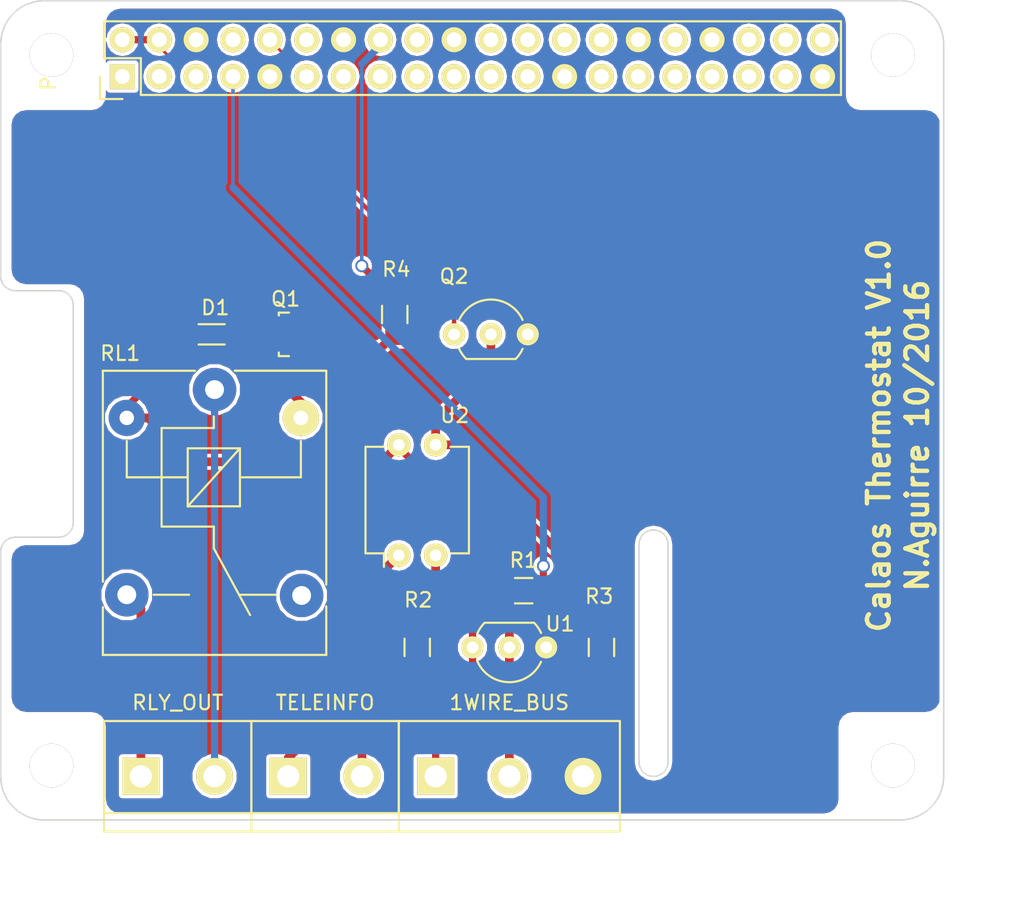
<source format=kicad_pcb>
(kicad_pcb (version 4) (host pcbnew 4.0.4-stable)

  (general
    (links 34)
    (no_connects 0)
    (area 104.869999 70.207 177.616667 136.400001)
    (thickness 1.6)
    (drawings 26)
    (tracks 73)
    (zones 0)
    (modules 18)
    (nets 14)
  )

  (page A4)
  (title_block
    (title "Calaos Thermostat")
    (date 2016-10-15)
    (rev 1)
    (company Calaos)
    (comment 1 "Author: Nicolas Aguirre")
    (comment 2 "License: CERN OHL V1.2")
  )

  (layers
    (0 F.Cu signal)
    (31 B.Cu signal hide)
    (32 B.Adhes user)
    (33 F.Adhes user)
    (34 B.Paste user)
    (35 F.Paste user)
    (36 B.SilkS user)
    (37 F.SilkS user)
    (38 B.Mask user)
    (39 F.Mask user)
    (40 Dwgs.User user)
    (41 Cmts.User user)
    (42 Eco1.User user)
    (43 Eco2.User user)
    (44 Edge.Cuts user)
    (45 Margin user)
    (46 B.CrtYd user)
    (47 F.CrtYd user)
    (48 B.Fab user)
    (49 F.Fab user)
  )

  (setup
    (last_trace_width 0.2)
    (user_trace_width 0.1)
    (user_trace_width 0.2)
    (user_trace_width 0.3)
    (user_trace_width 0.4)
    (user_trace_width 0.5)
    (user_trace_width 0.6)
    (user_trace_width 0.8)
    (user_trace_width 1)
    (trace_clearance 0.2)
    (zone_clearance 0.508)
    (zone_45_only no)
    (trace_min 0.1)
    (segment_width 0.2)
    (edge_width 0.1)
    (via_size 0.889)
    (via_drill 0.635)
    (via_min_size 0.26)
    (via_min_drill 0.16)
    (user_via 0.4 0.22)
    (user_via 1.5 0.8)
    (uvia_size 0.508)
    (uvia_drill 0.127)
    (uvias_allowed no)
    (uvia_min_size 0.508)
    (uvia_min_drill 0.127)
    (pcb_text_width 0.3)
    (pcb_text_size 1.5 1.5)
    (mod_edge_width 0.15)
    (mod_text_size 1 1)
    (mod_text_width 0.15)
    (pad_size 1.625 1.625)
    (pad_drill 0)
    (pad_to_mask_clearance 0)
    (aux_axis_origin 0 0)
    (visible_elements 7FFFFF7F)
    (pcbplotparams
      (layerselection 0x010f0_80000001)
      (usegerberextensions true)
      (excludeedgelayer true)
      (linewidth 0.100000)
      (plotframeref false)
      (viasonmask false)
      (mode 1)
      (useauxorigin false)
      (hpglpennumber 1)
      (hpglpenspeed 20)
      (hpglpendiameter 15)
      (hpglpenoverlay 2)
      (psnegative false)
      (psa4output false)
      (plotreference true)
      (plotvalue true)
      (plotinvisibletext false)
      (padsonsilk false)
      (subtractmaskfromsilk false)
      (outputformat 1)
      (mirror false)
      (drillshape 0)
      (scaleselection 1)
      (outputdirectory gerbers/))
  )

  (net 0 "")
  (net 1 GND)
  (net 2 +5V)
  (net 3 "Net-(D1-Pad2)")
  (net 4 "Net-(Q1-Pad1)")
  (net 5 "Net-(P2-Pad1)")
  (net 6 "Net-(P2-Pad2)")
  (net 7 /1WD)
  (net 8 "Net-(Q2-Pad2)")
  (net 9 /RXD)
  (net 10 "Net-(R2-Pad1)")
  (net 11 /RELAY_CMD)
  (net 12 "Net-(P3-Pad1)")
  (net 13 "Net-(P3-Pad2)")

  (net_class Default "This is the default net class."
    (clearance 0.2)
    (trace_width 0.2)
    (via_dia 0.889)
    (via_drill 0.635)
    (uvia_dia 0.508)
    (uvia_drill 0.127)
    (add_net +5V)
    (add_net /1WD)
    (add_net /RELAY_CMD)
    (add_net /RXD)
    (add_net GND)
    (add_net "Net-(D1-Pad2)")
    (add_net "Net-(P2-Pad1)")
    (add_net "Net-(P2-Pad2)")
    (add_net "Net-(P3-Pad1)")
    (add_net "Net-(P3-Pad2)")
    (add_net "Net-(Q1-Pad1)")
    (add_net "Net-(Q2-Pad2)")
    (add_net "Net-(R2-Pad1)")
  )

  (module Relays_ThroughHole:Relay_SANYOU_SRD_Series_Form_C (layer F.Cu) (tedit 57F42C22) (tstamp 57F41A5B)
    (at 119.66 97.89 270)
    (descr "relay, Sanyou SRD series Form C")
    (path /57F41EDA)
    (fp_text reference RL1 (at -2.5003 6.503 360) (layer F.SilkS)
      (effects (font (size 1 1) (thickness 0.15)))
    )
    (fp_text value SRD-XXVDC (at 8 -9.6 360) (layer F.Fab) hide
      (effects (font (size 1 1) (thickness 0.15)))
    )
    (fp_line (start 15 7.7) (end 18.3 7.7) (layer F.SilkS) (width 0.15))
    (fp_line (start 18.3 7.7) (end 18.3 -7.7) (layer F.SilkS) (width 0.15))
    (fp_line (start 18.3 -7.7) (end 14.95 -7.7) (layer F.SilkS) (width 0.15))
    (fp_line (start -1.3 1.35) (end -1.3 7.7) (layer F.SilkS) (width 0.15))
    (fp_line (start -1.3 7.7) (end 13.25 7.7) (layer F.SilkS) (width 0.15))
    (fp_line (start -1.3 -1.4) (end -1.3 -7.7) (layer F.SilkS) (width 0.15))
    (fp_line (start -1.3 -7.7) (end 13.45 -7.7) (layer F.SilkS) (width 0.15))
    (fp_line (start -1.3 -7.65) (end -1.3 -1.4) (layer F.SilkS) (width 0.15))
    (fp_line (start 14.15 4.2) (end 14.15 1.75) (layer F.SilkS) (width 0.15))
    (fp_line (start 14.15 -4.2) (end 14.15 -1.7) (layer F.SilkS) (width 0.15))
    (fp_line (start 3.55 6.05) (end 6.05 6.05) (layer F.SilkS) (width 0.15))
    (fp_line (start 2.65 0.05) (end 1.85 0.05) (layer F.SilkS) (width 0.15))
    (fp_line (start 6.05 -5.95) (end 3.55 -5.95) (layer F.SilkS) (width 0.15))
    (fp_line (start 9.45 0.05) (end 10.95 0.05) (layer F.SilkS) (width 0.15))
    (fp_line (start 10.95 0.05) (end 15.55 -2.45) (layer F.SilkS) (width 0.15))
    (fp_line (start 9.45 3.65) (end 2.65 3.65) (layer F.SilkS) (width 0.15))
    (fp_line (start 9.45 0.05) (end 9.45 3.65) (layer F.SilkS) (width 0.15))
    (fp_line (start 2.65 0.05) (end 2.65 3.65) (layer F.SilkS) (width 0.15))
    (fp_line (start 6.05 -5.95) (end 6.05 -1.75) (layer F.SilkS) (width 0.15))
    (fp_line (start 6.05 1.85) (end 6.05 6.05) (layer F.SilkS) (width 0.15))
    (fp_line (start 8.05 1.85) (end 4.05 -1.75) (layer F.SilkS) (width 0.15))
    (fp_line (start 4.05 1.85) (end 4.05 -1.75) (layer F.SilkS) (width 0.15))
    (fp_line (start 4.05 -1.75) (end 8.05 -1.75) (layer F.SilkS) (width 0.15))
    (fp_line (start 8.05 -1.75) (end 8.05 1.85) (layer F.SilkS) (width 0.15))
    (fp_line (start 8.05 1.85) (end 4.05 1.85) (layer F.SilkS) (width 0.15))
    (pad 2 thru_hole circle (at 1.95 6.05) (size 2.5 2.5) (drill 1) (layers *.Cu *.Mask)
      (net 2 +5V))
    (pad 3 thru_hole circle (at 14.15 6.05) (size 3 3) (drill 1.3) (layers *.Cu *.Mask)
      (net 12 "Net-(P3-Pad1)"))
    (pad 4 thru_hole circle (at 14.2 -6) (size 3 3) (drill 1.3) (layers *.Cu *.Mask))
    (pad 5 thru_hole circle (at 1.95 -5.95) (size 2.5 2.5) (drill 1) (layers *.Cu *.Mask F.SilkS)
      (net 3 "Net-(D1-Pad2)"))
    (pad 1 thru_hole circle (at 0 0) (size 3 3) (drill 1.3) (layers *.Cu *.Mask)
      (net 13 "Net-(P3-Pad2)"))
    (model Relays_ThroughHole.3dshapes/Relay_SANYOU_SRD_Series_Form_C.wrl
      (at (xyz 0 0 0))
      (scale (xyz 1 1 1))
      (rotate (xyz 0 0 0))
    )
  )

  (module Mounting_Holes:MountingHole_3mm locked (layer F.Cu) (tedit 5509CE9A) (tstamp 5509D3BE)
    (at 166.42 74.82)
    (descr "Mounting hole, Befestigungsbohrung, 3mm, No Annular, Kein Restring,")
    (tags "Mounting hole, Befestigungsbohrung, 3mm, No Annular, Kein Restring,")
    (fp_text reference REF** (at 0 -4.0005) (layer F.SilkS) hide
      (effects (font (size 0.5 0.5) (thickness 0.125)))
    )
    (fp_text value MountingHole_3mm (at 1.00076 5.00126) (layer F.Fab) hide
      (effects (font (size 0.5 0.5) (thickness 0.125)))
    )
    (fp_circle (center 0 0) (end 2.99974 0) (layer Cmts.User) (width 0.381))
    (pad 1 thru_hole circle (at 0 0) (size 2.99974 2.99974) (drill 2.99974) (layers))
  )

  (module Mounting_Holes:MountingHole_3mm locked (layer F.Cu) (tedit 5509CEA9) (tstamp 5509D3C4)
    (at 166.42 123.82)
    (descr "Mounting hole, Befestigungsbohrung, 3mm, No Annular, Kein Restring,")
    (tags "Mounting hole, Befestigungsbohrung, 3mm, No Annular, Kein Restring,")
    (fp_text reference REF** (at 0 -4.0005) (layer F.SilkS) hide
      (effects (font (size 0.5 0.5) (thickness 0.125)))
    )
    (fp_text value MountingHole_3mm (at 1.00076 5.00126) (layer F.Fab) hide
      (effects (font (size 0.5 0.5) (thickness 0.125)))
    )
    (fp_circle (center 0 0) (end 2.99974 0) (layer Cmts.User) (width 0.381))
    (pad 1 thru_hole circle (at 0 0) (size 2.99974 2.99974) (drill 2.99974) (layers))
  )

  (module Mounting_Holes:MountingHole_3mm locked (layer F.Cu) (tedit 5509CEA3) (tstamp 5509D3C2)
    (at 108.42 123.82)
    (descr "Mounting hole, Befestigungsbohrung, 3mm, No Annular, Kein Restring,")
    (tags "Mounting hole, Befestigungsbohrung, 3mm, No Annular, Kein Restring,")
    (fp_text reference REF** (at 0 -4.0005) (layer F.SilkS) hide
      (effects (font (size 0.5 0.5) (thickness 0.125)))
    )
    (fp_text value MountingHole_3mm (at 1.00076 5.00126) (layer F.Fab) hide
      (effects (font (size 0.5 0.5) (thickness 0.125)))
    )
    (fp_circle (center 0 0) (end 2.99974 0) (layer Cmts.User) (width 0.381))
    (pad 1 thru_hole circle (at 0 0) (size 2.99974 2.99974) (drill 2.99974) (layers))
  )

  (module Mounting_Holes:MountingHole_3mm locked (layer F.Cu) (tedit 5509CE9D) (tstamp 5509D3C0)
    (at 108.42 74.82)
    (descr "Mounting hole, Befestigungsbohrung, 3mm, No Annular, Kein Restring,")
    (tags "Mounting hole, Befestigungsbohrung, 3mm, No Annular, Kein Restring,")
    (fp_text reference REF** (at 0 -4.0005) (layer F.SilkS) hide
      (effects (font (size 0.5 0.5) (thickness 0.125)))
    )
    (fp_text value MountingHole_3mm (at 1.00076 5.00126) (layer F.Fab) hide
      (effects (font (size 0.5 0.5) (thickness 0.125)))
    )
    (fp_circle (center 0 0) (end 2.99974 0) (layer Cmts.User) (width 0.381))
    (pad 1 thru_hole circle (at 0 0) (size 2.99974 2.99974) (drill 2.99974) (layers))
  )

  (module Connect:bornier3 (layer F.Cu) (tedit 57F42BFB) (tstamp 57F365E0)
    (at 139.98 124.56)
    (descr "Bornier d'alimentation 3 pins")
    (tags DEV)
    (path /57F2DB83)
    (fp_text reference P4 (at 0 -5.08) (layer F.SilkS) hide
      (effects (font (size 1 1) (thickness 0.15)))
    )
    (fp_text value 1WIRE_BUS (at 0 -5.08) (layer F.SilkS)
      (effects (font (size 1 1) (thickness 0.15)))
    )
    (fp_line (start -7.62 3.81) (end -7.62 -3.81) (layer F.SilkS) (width 0.15))
    (fp_line (start 7.62 3.81) (end 7.62 -3.81) (layer F.SilkS) (width 0.15))
    (fp_line (start -7.62 2.54) (end 7.62 2.54) (layer F.SilkS) (width 0.15))
    (fp_line (start -7.62 -3.81) (end 7.62 -3.81) (layer F.SilkS) (width 0.15))
    (fp_line (start -7.62 3.81) (end 7.62 3.81) (layer F.SilkS) (width 0.15))
    (pad 1 thru_hole rect (at -5.08 0) (size 2.54 2.54) (drill 1.524) (layers *.Cu *.Mask F.SilkS)
      (net 2 +5V))
    (pad 2 thru_hole circle (at 0 0) (size 2.54 2.54) (drill 1.524) (layers *.Cu *.Mask F.SilkS)
      (net 7 /1WD))
    (pad 3 thru_hole circle (at 5.08 0) (size 2.54 2.54) (drill 1.524) (layers *.Cu *.Mask F.SilkS)
      (net 1 GND))
    (model Connect.3dshapes/bornier3.wrl
      (at (xyz 0 0 0))
      (scale (xyz 1 1 1))
      (rotate (xyz 0 0 0))
    )
  )

  (module TO_SOT_Packages_THT:TO-92_Inline_Wide (layer F.Cu) (tedit 57F42C4D) (tstamp 57F365E7)
    (at 136.17 94.08)
    (descr "TO-92 leads in-line, wide, drill 0.8mm (see NXP sot054_po.pdf)")
    (tags "to-92 sc-43 sc-43a sot54 PA33 transistor")
    (path /57F2DB80)
    (fp_text reference Q2 (at 0 -4 180) (layer F.SilkS)
      (effects (font (size 1 1) (thickness 0.15)))
    )
    (fp_text value BS170 (at 0 3) (layer F.Fab) hide
      (effects (font (size 1 1) (thickness 0.15)))
    )
    (fp_arc (start 2.54 0) (end 0.84 1.7) (angle 20.5) (layer F.SilkS) (width 0.15))
    (fp_arc (start 2.54 0) (end 4.24 1.7) (angle -20.5) (layer F.SilkS) (width 0.15))
    (fp_line (start -1 1.95) (end -1 -2.65) (layer F.CrtYd) (width 0.05))
    (fp_line (start -1 1.95) (end 6.1 1.95) (layer F.CrtYd) (width 0.05))
    (fp_line (start 0.84 1.7) (end 4.24 1.7) (layer F.SilkS) (width 0.15))
    (fp_arc (start 2.54 0) (end 2.54 -2.4) (angle -65.55604127) (layer F.SilkS) (width 0.15))
    (fp_arc (start 2.54 0) (end 2.54 -2.4) (angle 65.55604127) (layer F.SilkS) (width 0.15))
    (fp_line (start -1 -2.65) (end 6.1 -2.65) (layer F.CrtYd) (width 0.05))
    (fp_line (start 6.1 1.95) (end 6.1 -2.65) (layer F.CrtYd) (width 0.05))
    (pad 2 thru_hole circle (at 2.54 0 90) (size 1.524 1.524) (drill 0.8) (layers *.Cu *.Mask F.SilkS)
      (net 8 "Net-(Q2-Pad2)"))
    (pad 3 thru_hole circle (at 5.08 0 90) (size 1.524 1.524) (drill 0.8) (layers *.Cu *.Mask F.SilkS)
      (net 1 GND))
    (pad 1 thru_hole circle (at 0 0 90) (size 1.524 1.524) (drill 0.8) (layers *.Cu *.Mask F.SilkS)
      (net 9 /RXD))
    (model TO_SOT_Packages_THT.3dshapes/TO-92_Inline_Wide.wrl
      (at (xyz 0.1 0 0))
      (scale (xyz 1 1 1))
      (rotate (xyz 0 0 -90))
    )
  )

  (module Pin_Headers:Pin_Header_Straight_2x20 (layer F.Cu) (tedit 57F42C86) (tstamp 57F3661E)
    (at 113.31 76.3 90)
    (descr "Through hole pin header")
    (tags "pin header")
    (path /54E92361)
    (fp_text reference P1 (at 0 -5.1 90) (layer F.SilkS)
      (effects (font (size 1 1) (thickness 0.15)))
    )
    (fp_text value Raspberry_Pi_+_Conn (at -2.8337 6.14874 180) (layer F.Fab) hide
      (effects (font (size 1 1) (thickness 0.15)))
    )
    (fp_line (start -1.75 -1.75) (end -1.75 50.05) (layer F.CrtYd) (width 0.05))
    (fp_line (start 4.3 -1.75) (end 4.3 50.05) (layer F.CrtYd) (width 0.05))
    (fp_line (start -1.75 -1.75) (end 4.3 -1.75) (layer F.CrtYd) (width 0.05))
    (fp_line (start -1.75 50.05) (end 4.3 50.05) (layer F.CrtYd) (width 0.05))
    (fp_line (start 3.81 49.53) (end 3.81 -1.27) (layer F.SilkS) (width 0.15))
    (fp_line (start -1.27 1.27) (end -1.27 49.53) (layer F.SilkS) (width 0.15))
    (fp_line (start 3.81 49.53) (end -1.27 49.53) (layer F.SilkS) (width 0.15))
    (fp_line (start 3.81 -1.27) (end 1.27 -1.27) (layer F.SilkS) (width 0.15))
    (fp_line (start 0 -1.55) (end -1.55 -1.55) (layer F.SilkS) (width 0.15))
    (fp_line (start 1.27 -1.27) (end 1.27 1.27) (layer F.SilkS) (width 0.15))
    (fp_line (start 1.27 1.27) (end -1.27 1.27) (layer F.SilkS) (width 0.15))
    (fp_line (start -1.55 -1.55) (end -1.55 0) (layer F.SilkS) (width 0.15))
    (pad 1 thru_hole rect (at 0 0 90) (size 1.7272 1.7272) (drill 1.016) (layers *.Cu *.Mask F.SilkS))
    (pad 2 thru_hole oval (at 2.54 0 90) (size 1.7272 1.7272) (drill 1.016) (layers *.Cu *.Mask F.SilkS)
      (net 2 +5V))
    (pad 3 thru_hole oval (at 0 2.54 90) (size 1.7272 1.7272) (drill 1.016) (layers *.Cu *.Mask F.SilkS))
    (pad 4 thru_hole oval (at 2.54 2.54 90) (size 1.7272 1.7272) (drill 1.016) (layers *.Cu *.Mask F.SilkS)
      (net 2 +5V))
    (pad 5 thru_hole oval (at 0 5.08 90) (size 1.7272 1.7272) (drill 1.016) (layers *.Cu *.Mask F.SilkS))
    (pad 6 thru_hole oval (at 2.54 5.08 90) (size 1.7272 1.7272) (drill 1.016) (layers *.Cu *.Mask F.SilkS)
      (net 1 GND))
    (pad 7 thru_hole oval (at 0 7.62 90) (size 1.7272 1.7272) (drill 1.016) (layers *.Cu *.Mask F.SilkS)
      (net 7 /1WD))
    (pad 8 thru_hole oval (at 2.54 7.62 90) (size 1.7272 1.7272) (drill 1.016) (layers *.Cu *.Mask F.SilkS))
    (pad 9 thru_hole oval (at 0 10.16 90) (size 1.7272 1.7272) (drill 1.016) (layers *.Cu *.Mask F.SilkS)
      (net 1 GND))
    (pad 10 thru_hole oval (at 2.54 10.16 90) (size 1.7272 1.7272) (drill 1.016) (layers *.Cu *.Mask F.SilkS)
      (net 9 /RXD))
    (pad 11 thru_hole oval (at 0 12.7 90) (size 1.7272 1.7272) (drill 1.016) (layers *.Cu *.Mask F.SilkS))
    (pad 12 thru_hole oval (at 2.54 12.7 90) (size 1.7272 1.7272) (drill 1.016) (layers *.Cu *.Mask F.SilkS))
    (pad 13 thru_hole oval (at 0 15.24 90) (size 1.7272 1.7272) (drill 1.016) (layers *.Cu *.Mask F.SilkS))
    (pad 14 thru_hole oval (at 2.54 15.24 90) (size 1.7272 1.7272) (drill 1.016) (layers *.Cu *.Mask F.SilkS)
      (net 1 GND))
    (pad 15 thru_hole oval (at 0 17.78 90) (size 1.7272 1.7272) (drill 1.016) (layers *.Cu *.Mask F.SilkS))
    (pad 16 thru_hole oval (at 2.54 17.78 90) (size 1.7272 1.7272) (drill 1.016) (layers *.Cu *.Mask F.SilkS)
      (net 11 /RELAY_CMD))
    (pad 17 thru_hole oval (at 0 20.32 90) (size 1.7272 1.7272) (drill 1.016) (layers *.Cu *.Mask F.SilkS))
    (pad 18 thru_hole oval (at 2.54 20.32 90) (size 1.7272 1.7272) (drill 1.016) (layers *.Cu *.Mask F.SilkS))
    (pad 19 thru_hole oval (at 0 22.86 90) (size 1.7272 1.7272) (drill 1.016) (layers *.Cu *.Mask F.SilkS))
    (pad 20 thru_hole oval (at 2.54 22.86 90) (size 1.7272 1.7272) (drill 1.016) (layers *.Cu *.Mask F.SilkS)
      (net 1 GND))
    (pad 21 thru_hole oval (at 0 25.4 90) (size 1.7272 1.7272) (drill 1.016) (layers *.Cu *.Mask F.SilkS))
    (pad 22 thru_hole oval (at 2.54 25.4 90) (size 1.7272 1.7272) (drill 1.016) (layers *.Cu *.Mask F.SilkS))
    (pad 23 thru_hole oval (at 0 27.94 90) (size 1.7272 1.7272) (drill 1.016) (layers *.Cu *.Mask F.SilkS))
    (pad 24 thru_hole oval (at 2.54 27.94 90) (size 1.7272 1.7272) (drill 1.016) (layers *.Cu *.Mask F.SilkS))
    (pad 25 thru_hole oval (at 0 30.48 90) (size 1.7272 1.7272) (drill 1.016) (layers *.Cu *.Mask F.SilkS)
      (net 1 GND))
    (pad 26 thru_hole oval (at 2.54 30.48 90) (size 1.7272 1.7272) (drill 1.016) (layers *.Cu *.Mask F.SilkS))
    (pad 27 thru_hole oval (at 0 33.02 90) (size 1.7272 1.7272) (drill 1.016) (layers *.Cu *.Mask F.SilkS))
    (pad 28 thru_hole oval (at 2.54 33.02 90) (size 1.7272 1.7272) (drill 1.016) (layers *.Cu *.Mask F.SilkS))
    (pad 29 thru_hole oval (at 0 35.56 90) (size 1.7272 1.7272) (drill 1.016) (layers *.Cu *.Mask F.SilkS))
    (pad 30 thru_hole oval (at 2.54 35.56 90) (size 1.7272 1.7272) (drill 1.016) (layers *.Cu *.Mask F.SilkS)
      (net 1 GND))
    (pad 31 thru_hole oval (at 0 38.1 90) (size 1.7272 1.7272) (drill 1.016) (layers *.Cu *.Mask F.SilkS))
    (pad 32 thru_hole oval (at 2.54 38.1 90) (size 1.7272 1.7272) (drill 1.016) (layers *.Cu *.Mask F.SilkS))
    (pad 33 thru_hole oval (at 0 40.64 90) (size 1.7272 1.7272) (drill 1.016) (layers *.Cu *.Mask F.SilkS))
    (pad 34 thru_hole oval (at 2.54 40.64 90) (size 1.7272 1.7272) (drill 1.016) (layers *.Cu *.Mask F.SilkS)
      (net 1 GND))
    (pad 35 thru_hole oval (at 0 43.18 90) (size 1.7272 1.7272) (drill 1.016) (layers *.Cu *.Mask F.SilkS))
    (pad 36 thru_hole oval (at 2.54 43.18 90) (size 1.7272 1.7272) (drill 1.016) (layers *.Cu *.Mask F.SilkS))
    (pad 37 thru_hole oval (at 0 45.72 90) (size 1.7272 1.7272) (drill 1.016) (layers *.Cu *.Mask F.SilkS))
    (pad 38 thru_hole oval (at 2.54 45.72 90) (size 1.7272 1.7272) (drill 1.016) (layers *.Cu *.Mask F.SilkS))
    (pad 39 thru_hole oval (at 0 48.26 90) (size 1.7272 1.7272) (drill 1.016) (layers *.Cu *.Mask F.SilkS)
      (net 1 GND))
    (pad 40 thru_hole oval (at 2.54 48.26 90) (size 1.7272 1.7272) (drill 1.016) (layers *.Cu *.Mask F.SilkS))
    (model Pin_Headers.3dshapes/Pin_Header_Straight_2x20.wrl
      (at (xyz 0.05 -0.95 0))
      (scale (xyz 1 1 1))
      (rotate (xyz 0 0 90))
    )
  )

  (module Connect:bornier2 (layer F.Cu) (tedit 57F42BF3) (tstamp 57F36649)
    (at 127.28 124.56)
    (descr "Bornier d'alimentation 2 pins")
    (tags DEV)
    (path /57F3021F)
    (fp_text reference P2 (at 0 -5.08) (layer F.SilkS) hide
      (effects (font (size 1 1) (thickness 0.15)))
    )
    (fp_text value TELEINFO (at 0 -5.08) (layer F.SilkS)
      (effects (font (size 1 1) (thickness 0.15)))
    )
    (fp_line (start 5.08 2.54) (end -5.08 2.54) (layer F.SilkS) (width 0.15))
    (fp_line (start 5.08 3.81) (end 5.08 -3.81) (layer F.SilkS) (width 0.15))
    (fp_line (start 5.08 -3.81) (end -5.08 -3.81) (layer F.SilkS) (width 0.15))
    (fp_line (start -5.08 -3.81) (end -5.08 3.81) (layer F.SilkS) (width 0.15))
    (fp_line (start -5.08 3.81) (end 5.08 3.81) (layer F.SilkS) (width 0.15))
    (pad 1 thru_hole rect (at -2.54 0) (size 2.54 2.54) (drill 1.524) (layers *.Cu *.Mask F.SilkS)
      (net 5 "Net-(P2-Pad1)"))
    (pad 2 thru_hole circle (at 2.54 0) (size 2.54 2.54) (drill 1.524) (layers *.Cu *.Mask F.SilkS)
      (net 6 "Net-(P2-Pad2)"))
    (model Connect.3dshapes/bornier2.wrl
      (at (xyz 0 0 0))
      (scale (xyz 1 1 1))
      (rotate (xyz 0 0 0))
    )
  )

  (module Connect:bornier2 (layer F.Cu) (tedit 57F42BDD) (tstamp 57F3664E)
    (at 117.12 124.56)
    (descr "Bornier d'alimentation 2 pins")
    (tags DEV)
    (path /57F302E2)
    (fp_text reference RLY_OUT (at 0 -5.08) (layer F.SilkS)
      (effects (font (size 1 1) (thickness 0.15)))
    )
    (fp_text value RELAY_OUTPUT_1 (at 0 -5.08) (layer F.Fab) hide
      (effects (font (size 1 1) (thickness 0.15)))
    )
    (fp_line (start 5.08 2.54) (end -5.08 2.54) (layer F.SilkS) (width 0.15))
    (fp_line (start 5.08 3.81) (end 5.08 -3.81) (layer F.SilkS) (width 0.15))
    (fp_line (start 5.08 -3.81) (end -5.08 -3.81) (layer F.SilkS) (width 0.15))
    (fp_line (start -5.08 -3.81) (end -5.08 3.81) (layer F.SilkS) (width 0.15))
    (fp_line (start -5.08 3.81) (end 5.08 3.81) (layer F.SilkS) (width 0.15))
    (pad 1 thru_hole rect (at -2.54 0) (size 2.54 2.54) (drill 1.524) (layers *.Cu *.Mask F.SilkS)
      (net 12 "Net-(P3-Pad1)"))
    (pad 2 thru_hole circle (at 2.54 0) (size 2.54 2.54) (drill 1.524) (layers *.Cu *.Mask F.SilkS)
      (net 13 "Net-(P3-Pad2)"))
    (model Connect.3dshapes/bornier2.wrl
      (at (xyz 0 0 0))
      (scale (xyz 1 1 1))
      (rotate (xyz 0 0 0))
    )
  )

  (module TO_SOT_Packages_SMD:SOT-23_Handsoldering (layer F.Cu) (tedit 57F42D4F) (tstamp 57F36653)
    (at 124.74 94.08 90)
    (descr "SOT-23, Handsoldering")
    (tags SOT-23)
    (path /57F2DB7E)
    (attr smd)
    (fp_text reference Q1 (at 2.4368 -0.18348 180) (layer F.SilkS)
      (effects (font (size 1 1) (thickness 0.15)))
    )
    (fp_text value BC818-40 (at 0 3.81 90) (layer F.Fab) hide
      (effects (font (size 1 1) (thickness 0.15)))
    )
    (fp_line (start -1.49982 0.0508) (end -1.49982 -0.65024) (layer F.SilkS) (width 0.15))
    (fp_line (start -1.49982 -0.65024) (end -1.2509 -0.65024) (layer F.SilkS) (width 0.15))
    (fp_line (start 1.29916 -0.65024) (end 1.49982 -0.65024) (layer F.SilkS) (width 0.15))
    (fp_line (start 1.49982 -0.65024) (end 1.49982 0.0508) (layer F.SilkS) (width 0.15))
    (pad 1 smd rect (at -0.95 1.50114 90) (size 0.8001 1.80086) (layers F.Cu F.Paste F.Mask)
      (net 4 "Net-(Q1-Pad1)"))
    (pad 2 smd rect (at 0.95 1.50114 90) (size 0.8001 1.80086) (layers F.Cu F.Paste F.Mask)
      (net 1 GND))
    (pad 3 smd rect (at 0 -1.50114 90) (size 0.8001 1.80086) (layers F.Cu F.Paste F.Mask)
      (net 3 "Net-(D1-Pad2)"))
    (model TO_SOT_Packages_SMD.3dshapes/SOT-23_Handsoldering.wrl
      (at (xyz 0 0 0))
      (scale (xyz 1 1 1))
      (rotate (xyz 0 0 0))
    )
  )

  (module Resistors_SMD:R_0805_HandSoldering (layer F.Cu) (tedit 57F42C37) (tstamp 57F36659)
    (at 140.97 111.76)
    (descr "Resistor SMD 0805, hand soldering")
    (tags "resistor 0805")
    (path /57F2DB7C)
    (attr smd)
    (fp_text reference R1 (at 0 -2.1) (layer F.SilkS)
      (effects (font (size 1 1) (thickness 0.15)))
    )
    (fp_text value 4k7 (at 0 2.1) (layer F.Fab) hide
      (effects (font (size 1 1) (thickness 0.15)))
    )
    (fp_line (start -2.4 -1) (end 2.4 -1) (layer F.CrtYd) (width 0.05))
    (fp_line (start -2.4 1) (end 2.4 1) (layer F.CrtYd) (width 0.05))
    (fp_line (start -2.4 -1) (end -2.4 1) (layer F.CrtYd) (width 0.05))
    (fp_line (start 2.4 -1) (end 2.4 1) (layer F.CrtYd) (width 0.05))
    (fp_line (start 0.6 0.875) (end -0.6 0.875) (layer F.SilkS) (width 0.15))
    (fp_line (start -0.6 -0.875) (end 0.6 -0.875) (layer F.SilkS) (width 0.15))
    (pad 1 smd rect (at -1.35 0) (size 1.5 1.3) (layers F.Cu F.Paste F.Mask)
      (net 2 +5V))
    (pad 2 smd rect (at 1.35 0) (size 1.5 1.3) (layers F.Cu F.Paste F.Mask)
      (net 7 /1WD))
    (model Resistors_SMD.3dshapes/R_0805_HandSoldering.wrl
      (at (xyz 0 0 0))
      (scale (xyz 1 1 1))
      (rotate (xyz 0 0 0))
    )
  )

  (module Resistors_SMD:R_0805_HandSoldering (layer F.Cu) (tedit 57F42C97) (tstamp 57F3665E)
    (at 133.63 115.67 270)
    (descr "Resistor SMD 0805, hand soldering")
    (tags "resistor 0805")
    (path /57F2DB87)
    (attr smd)
    (fp_text reference R2 (at -3.26992 -0.06798 360) (layer F.SilkS)
      (effects (font (size 1 1) (thickness 0.15)))
    )
    (fp_text value R (at 0 2.1 270) (layer F.Fab) hide
      (effects (font (size 1 1) (thickness 0.15)))
    )
    (fp_line (start -2.4 -1) (end 2.4 -1) (layer F.CrtYd) (width 0.05))
    (fp_line (start -2.4 1) (end 2.4 1) (layer F.CrtYd) (width 0.05))
    (fp_line (start -2.4 -1) (end -2.4 1) (layer F.CrtYd) (width 0.05))
    (fp_line (start 2.4 -1) (end 2.4 1) (layer F.CrtYd) (width 0.05))
    (fp_line (start 0.6 0.875) (end -0.6 0.875) (layer F.SilkS) (width 0.15))
    (fp_line (start -0.6 -0.875) (end 0.6 -0.875) (layer F.SilkS) (width 0.15))
    (pad 1 smd rect (at -1.35 0 270) (size 1.5 1.3) (layers F.Cu F.Paste F.Mask)
      (net 10 "Net-(R2-Pad1)"))
    (pad 2 smd rect (at 1.35 0 270) (size 1.5 1.3) (layers F.Cu F.Paste F.Mask)
      (net 6 "Net-(P2-Pad2)"))
    (model Resistors_SMD.3dshapes/R_0805_HandSoldering.wrl
      (at (xyz 0 0 0))
      (scale (xyz 1 1 1))
      (rotate (xyz 0 0 0))
    )
  )

  (module Resistors_SMD:R_0805_HandSoldering (layer F.Cu) (tedit 57F42C9F) (tstamp 57F36663)
    (at 146.33 115.67 270)
    (descr "Resistor SMD 0805, hand soldering")
    (tags "resistor 0805")
    (path /57F2DB7D)
    (attr smd)
    (fp_text reference R3 (at -3.52138 0.15808 360) (layer F.SilkS)
      (effects (font (size 1 1) (thickness 0.15)))
    )
    (fp_text value R (at 0 2.1 270) (layer F.Fab) hide
      (effects (font (size 1 1) (thickness 0.15)))
    )
    (fp_line (start -2.4 -1) (end 2.4 -1) (layer F.CrtYd) (width 0.05))
    (fp_line (start -2.4 1) (end 2.4 1) (layer F.CrtYd) (width 0.05))
    (fp_line (start -2.4 -1) (end -2.4 1) (layer F.CrtYd) (width 0.05))
    (fp_line (start 2.4 -1) (end 2.4 1) (layer F.CrtYd) (width 0.05))
    (fp_line (start 0.6 0.875) (end -0.6 0.875) (layer F.SilkS) (width 0.15))
    (fp_line (start -0.6 -0.875) (end 0.6 -0.875) (layer F.SilkS) (width 0.15))
    (pad 1 smd rect (at -1.35 0 270) (size 1.5 1.3) (layers F.Cu F.Paste F.Mask)
      (net 8 "Net-(Q2-Pad2)"))
    (pad 2 smd rect (at 1.35 0 270) (size 1.5 1.3) (layers F.Cu F.Paste F.Mask)
      (net 1 GND))
    (model Resistors_SMD.3dshapes/R_0805_HandSoldering.wrl
      (at (xyz 0 0 0))
      (scale (xyz 1 1 1))
      (rotate (xyz 0 0 0))
    )
  )

  (module Resistors_SMD:R_0805_HandSoldering (layer F.Cu) (tedit 57F42C8E) (tstamp 57F36668)
    (at 132.08 92.71 270)
    (descr "Resistor SMD 0805, hand soldering")
    (tags "resistor 0805")
    (path /57F2DB81)
    (attr smd)
    (fp_text reference R4 (at -3.11658 -0.10414 360) (layer F.SilkS)
      (effects (font (size 1 1) (thickness 0.15)))
    )
    (fp_text value R (at 0 2.1 270) (layer F.Fab) hide
      (effects (font (size 1 1) (thickness 0.15)))
    )
    (fp_line (start -2.4 -1) (end 2.4 -1) (layer F.CrtYd) (width 0.05))
    (fp_line (start -2.4 1) (end 2.4 1) (layer F.CrtYd) (width 0.05))
    (fp_line (start -2.4 -1) (end -2.4 1) (layer F.CrtYd) (width 0.05))
    (fp_line (start 2.4 -1) (end 2.4 1) (layer F.CrtYd) (width 0.05))
    (fp_line (start 0.6 0.875) (end -0.6 0.875) (layer F.SilkS) (width 0.15))
    (fp_line (start -0.6 -0.875) (end 0.6 -0.875) (layer F.SilkS) (width 0.15))
    (pad 1 smd rect (at -1.35 0 270) (size 1.5 1.3) (layers F.Cu F.Paste F.Mask)
      (net 11 /RELAY_CMD))
    (pad 2 smd rect (at 1.35 0 270) (size 1.5 1.3) (layers F.Cu F.Paste F.Mask)
      (net 4 "Net-(Q1-Pad1)"))
    (model Resistors_SMD.3dshapes/R_0805_HandSoldering.wrl
      (at (xyz 0 0 0))
      (scale (xyz 1 1 1))
      (rotate (xyz 0 0 0))
    )
  )

  (module TO_SOT_Packages_THT:TO-92_Inline_Wide (layer F.Cu) (tedit 57F42D98) (tstamp 57F3666D)
    (at 142.52 115.67 180)
    (descr "TO-92 leads in-line, wide, drill 0.8mm (see NXP sot054_po.pdf)")
    (tags "to-92 sc-43 sc-43a sot54 PA33 transistor")
    (path /57F2DB7B)
    (fp_text reference U1 (at -0.9519 1.61892 180) (layer F.SilkS)
      (effects (font (size 1 1) (thickness 0.15)))
    )
    (fp_text value DS18B20 (at 0 3 180) (layer F.Fab) hide
      (effects (font (size 1 1) (thickness 0.15)))
    )
    (fp_arc (start 2.54 0) (end 0.84 1.7) (angle 20.5) (layer F.SilkS) (width 0.15))
    (fp_arc (start 2.54 0) (end 4.24 1.7) (angle -20.5) (layer F.SilkS) (width 0.15))
    (fp_line (start -1 1.95) (end -1 -2.65) (layer F.CrtYd) (width 0.05))
    (fp_line (start -1 1.95) (end 6.1 1.95) (layer F.CrtYd) (width 0.05))
    (fp_line (start 0.84 1.7) (end 4.24 1.7) (layer F.SilkS) (width 0.15))
    (fp_arc (start 2.54 0) (end 2.54 -2.4) (angle -65.55604127) (layer F.SilkS) (width 0.15))
    (fp_arc (start 2.54 0) (end 2.54 -2.4) (angle 65.55604127) (layer F.SilkS) (width 0.15))
    (fp_line (start -1 -2.65) (end 6.1 -2.65) (layer F.CrtYd) (width 0.05))
    (fp_line (start 6.1 1.95) (end 6.1 -2.65) (layer F.CrtYd) (width 0.05))
    (pad 2 thru_hole circle (at 2.54 0 270) (size 1.524 1.524) (drill 0.8) (layers *.Cu *.Mask F.SilkS)
      (net 7 /1WD))
    (pad 3 thru_hole circle (at 5.08 0 270) (size 1.524 1.524) (drill 0.8) (layers *.Cu *.Mask F.SilkS)
      (net 2 +5V))
    (pad 1 thru_hole circle (at 0 0 270) (size 1.524 1.524) (drill 0.8) (layers *.Cu *.Mask F.SilkS)
      (net 1 GND))
    (model TO_SOT_Packages_THT.3dshapes/TO-92_Inline_Wide.wrl
      (at (xyz 0.1 0 0))
      (scale (xyz 1 1 1))
      (rotate (xyz 0 0 -90))
    )
  )

  (module Housings_DIP:DIP-4_W7.62mm (layer F.Cu) (tedit 57F42C18) (tstamp 57F36673)
    (at 132.36 109.32 90)
    (descr "4-lead dip package, row spacing 7.62 mm (300 mils)")
    (tags "dil dip 2.54 300")
    (path /57F2DB7F)
    (fp_text reference U2 (at 9.64532 3.85766 180) (layer F.SilkS)
      (effects (font (size 1 1) (thickness 0.15)))
    )
    (fp_text value LTV-814 (at 0 -3.72 90) (layer F.Fab) hide
      (effects (font (size 1 1) (thickness 0.15)))
    )
    (fp_line (start -1.05 -2.45) (end -1.05 5) (layer F.CrtYd) (width 0.05))
    (fp_line (start 8.65 -2.45) (end 8.65 5) (layer F.CrtYd) (width 0.05))
    (fp_line (start -1.05 -2.45) (end 8.65 -2.45) (layer F.CrtYd) (width 0.05))
    (fp_line (start -1.05 5) (end 8.65 5) (layer F.CrtYd) (width 0.05))
    (fp_line (start 0.135 -2.295) (end 0.135 -1.025) (layer F.SilkS) (width 0.15))
    (fp_line (start 7.485 -2.295) (end 7.485 -1.025) (layer F.SilkS) (width 0.15))
    (fp_line (start 7.485 4.835) (end 7.485 3.565) (layer F.SilkS) (width 0.15))
    (fp_line (start 0.135 4.835) (end 0.135 3.565) (layer F.SilkS) (width 0.15))
    (fp_line (start 0.135 -2.295) (end 7.485 -2.295) (layer F.SilkS) (width 0.15))
    (fp_line (start 0.135 4.835) (end 7.485 4.835) (layer F.SilkS) (width 0.15))
    (fp_line (start 0.135 -1.025) (end -0.8 -1.025) (layer F.SilkS) (width 0.15))
    (pad 1 thru_hole oval (at 0 0 90) (size 1.6 1.6) (drill 0.8) (layers *.Cu *.Mask F.SilkS)
      (net 5 "Net-(P2-Pad1)"))
    (pad 2 thru_hole oval (at 0 2.54 90) (size 1.6 1.6) (drill 0.8) (layers *.Cu *.Mask F.SilkS)
      (net 10 "Net-(R2-Pad1)"))
    (pad 3 thru_hole oval (at 7.62 2.54 90) (size 1.6 1.6) (drill 0.8) (layers *.Cu *.Mask F.SilkS)
      (net 8 "Net-(Q2-Pad2)"))
    (pad 4 thru_hole oval (at 7.62 0 90) (size 1.6 1.6) (drill 0.8) (layers *.Cu *.Mask F.SilkS)
      (net 2 +5V))
    (model Housings_DIP.3dshapes/DIP-4_W7.62mm.wrl
      (at (xyz 0 0 0))
      (scale (xyz 1 1 1))
      (rotate (xyz 0 0 0))
    )
  )

  (module Diodes_SMD:D_0805 (layer F.Cu) (tedit 57F42D69) (tstamp 57F368D4)
    (at 119.66 94.08)
    (descr "Diode SMD in 0805 package")
    (tags "smd diode")
    (path /57F2DB8B)
    (attr smd)
    (fp_text reference D1 (at 0.0502 -1.8399) (layer F.SilkS)
      (effects (font (size 1 1) (thickness 0.15)))
    )
    (fp_text value D (at 0 -1.6) (layer F.Fab)
      (effects (font (size 1 1) (thickness 0.15)))
    )
    (fp_line (start -1.8 0.9) (end -1.8 -0.9) (layer F.CrtYd) (width 0.05))
    (fp_line (start 1.8 0.9) (end -1.8 0.9) (layer F.CrtYd) (width 0.05))
    (fp_line (start 1.8 -0.9) (end 1.8 0.9) (layer F.CrtYd) (width 0.05))
    (fp_line (start -1.8 -0.9) (end 1.8 -0.9) (layer F.CrtYd) (width 0.05))
    (fp_line (start 0.2 0) (end 0.4 0) (layer F.Fab) (width 0.15))
    (fp_line (start -0.1 0) (end -0.3 0) (layer F.Fab) (width 0.15))
    (fp_line (start -0.1 -0.2) (end -0.1 0.2) (layer F.Fab) (width 0.15))
    (fp_line (start 0.2 0.2) (end 0.2 -0.2) (layer F.Fab) (width 0.15))
    (fp_line (start -0.1 0) (end 0.2 0.2) (layer F.Fab) (width 0.15))
    (fp_line (start 0.2 -0.2) (end -0.1 0) (layer F.Fab) (width 0.15))
    (fp_line (start -1 0.6) (end -1 -0.6) (layer F.Fab) (width 0.15))
    (fp_line (start 1 0.6) (end -1 0.6) (layer F.Fab) (width 0.15))
    (fp_line (start 1 -0.6) (end 1 0.6) (layer F.Fab) (width 0.15))
    (fp_line (start -1 -0.6) (end 1 -0.6) (layer F.Fab) (width 0.15))
    (fp_line (start -1.1 0.7) (end 0.7 0.7) (layer F.SilkS) (width 0.15))
    (fp_line (start -1.1 -0.7) (end 0.7 -0.7) (layer F.SilkS) (width 0.15))
    (pad 1 smd rect (at -1.05 0) (size 0.8 0.9) (layers F.Cu F.Paste F.Mask)
      (net 2 +5V))
    (pad 2 smd rect (at 1.05 0) (size 0.8 0.9) (layers F.Cu F.Paste F.Mask)
      (net 3 "Net-(D1-Pad2)"))
  )

  (gr_text "N.Aguirre 10/2016" (at 168.0972 101.06152 90) (layer F.SilkS)
    (effects (font (size 1.5 1.5) (thickness 0.3)))
  )
  (gr_text "Calaos Thermostat V1.0" (at 165.45052 101.06152 90) (layer F.SilkS)
    (effects (font (size 1.5 1.5) (thickness 0.3)))
  )
  (gr_arc (start 149.92 108.57) (end 149.92 107.57) (angle 90) (layer Edge.Cuts) (width 0.1))
  (gr_arc (start 149.92 108.57) (end 148.92 108.57) (angle 90) (layer Edge.Cuts) (width 0.1))
  (dimension 65 (width 0.3) (layer Dwgs.User)
    (gr_text "65.000 mm" (at 137.6 135.05) (layer Dwgs.User)
      (effects (font (size 0.5 0.5) (thickness 0.125)))
    )
    (feature1 (pts (xy 105.1 125.2) (xy 105.1 136.4)))
    (feature2 (pts (xy 170.1 125.2) (xy 170.1 136.4)))
    (crossbar (pts (xy 170.1 133.7) (xy 105.1 133.7)))
    (arrow1a (pts (xy 105.1 133.7) (xy 106.226504 133.113579)))
    (arrow1b (pts (xy 105.1 133.7) (xy 106.226504 134.286421)))
    (arrow2a (pts (xy 170.1 133.7) (xy 168.973496 133.113579)))
    (arrow2b (pts (xy 170.1 133.7) (xy 168.973496 134.286421)))
  )
  (dimension 56.5 (width 0.3) (layer Dwgs.User)
    (gr_text "56.500 mm" (at 175.45 99.45 270) (layer Dwgs.User)
      (effects (font (size 0.5 0.5) (thickness 0.125)))
    )
    (feature1 (pts (xy 167.1 127.7) (xy 176.8 127.7)))
    (feature2 (pts (xy 167.1 71.2) (xy 176.8 71.2)))
    (crossbar (pts (xy 174.1 71.2) (xy 174.1 127.7)))
    (arrow1a (pts (xy 174.1 127.7) (xy 173.513579 126.573496)))
    (arrow1b (pts (xy 174.1 127.7) (xy 174.686421 126.573496)))
    (arrow2a (pts (xy 174.1 71.2) (xy 173.513579 72.326504)))
    (arrow2b (pts (xy 174.1 71.2) (xy 174.686421 72.326504)))
  )
  (gr_line (start 104.92 109.07) (end 104.92 124.57) (angle 90) (layer Edge.Cuts) (width 0.1))
  (gr_line (start 104.92 90.07) (end 104.92 74.07) (angle 90) (layer Edge.Cuts) (width 0.1))
  (gr_line (start 108.92 108.07) (end 105.92 108.07) (angle 90) (layer Edge.Cuts) (width 0.1))
  (gr_line (start 109.92 92.07) (end 109.92 107.07) (angle 90) (layer Edge.Cuts) (width 0.1))
  (gr_line (start 105.92 91.07) (end 108.92 91.07) (angle 90) (layer Edge.Cuts) (width 0.1))
  (gr_arc (start 108.92 107.07) (end 109.92 107.07) (angle 90) (layer Edge.Cuts) (width 0.1))
  (gr_arc (start 108.92 92.07) (end 108.92 91.07) (angle 90) (layer Edge.Cuts) (width 0.1))
  (gr_arc (start 105.92 109.07) (end 104.92 109.07) (angle 90) (layer Edge.Cuts) (width 0.1))
  (gr_arc (start 105.92 90.07) (end 105.92 91.07) (angle 90) (layer Edge.Cuts) (width 0.1))
  (gr_line (start 148.92 123.57) (end 148.92 108.57) (angle 90) (layer Edge.Cuts) (width 0.1))
  (gr_line (start 150.92 108.57) (end 150.92 123.57) (angle 90) (layer Edge.Cuts) (width 0.1))
  (gr_arc (start 149.92 123.57) (end 150.92 123.57) (angle 90) (layer Edge.Cuts) (width 0.1))
  (gr_arc (start 149.92 123.57) (end 149.92 124.57) (angle 90) (layer Edge.Cuts) (width 0.1))
  (gr_line (start 166.92 127.57) (end 107.92 127.57) (angle 90) (layer Edge.Cuts) (width 0.1))
  (gr_line (start 169.92 74.07) (end 169.92 124.57) (angle 90) (layer Edge.Cuts) (width 0.1))
  (gr_line (start 107.92 71.07) (end 166.92 71.07) (angle 90) (layer Edge.Cuts) (width 0.1))
  (gr_arc (start 166.92 124.57) (end 169.92 124.57) (angle 90) (layer Edge.Cuts) (width 0.1))
  (gr_arc (start 107.92 74.07) (end 104.92 74.07) (angle 90) (layer Edge.Cuts) (width 0.1))
  (gr_arc (start 166.92 74.07) (end 166.92 71.07) (angle 90) (layer Edge.Cuts) (width 0.1))
  (gr_arc (start 107.92 124.57) (end 107.92 127.57) (angle 90) (layer Edge.Cuts) (width 0.1))

  (segment (start 145.06 124.56) (end 145.06 118.29) (width 0.6) (layer F.Cu) (net 1))
  (segment (start 145.06 118.29) (end 146.33 117.02) (width 0.6) (layer F.Cu) (net 1) (tstamp 57F41CCB))
  (segment (start 142.52 115.67) (end 144.98 115.67) (width 0.6) (layer F.Cu) (net 1))
  (segment (start 144.98 115.67) (end 146.33 117.02) (width 0.6) (layer F.Cu) (net 1) (tstamp 57F41CC8))
  (segment (start 115.85 73.76) (end 115.85 74.2448) (width 0.2) (layer F.Cu) (net 2))
  (segment (start 115.85 74.2448) (end 117.18036 75.57516) (width 0.2) (layer F.Cu) (net 2) (tstamp 57F4B73F))
  (segment (start 117.18036 75.438) (end 117.18036 75.57516) (width 0.2) (layer F.Cu) (net 2))
  (segment (start 117.18036 75.57516) (end 117.18036 78.486) (width 0.2) (layer F.Cu) (net 2) (tstamp 57F4B743))
  (segment (start 118.61 94.08) (end 118.61 93.8831) (width 0.5) (layer F.Cu) (net 2))
  (segment (start 118.61 93.8831) (end 117.221 92.4941) (width 0.5) (layer F.Cu) (net 2) (tstamp 57F428D3))
  (segment (start 113.31 73.76) (end 115.85 73.76) (width 0.5) (layer F.Cu) (net 2))
  (segment (start 115.85 73.76) (end 115.85 74.10764) (width 0.2) (layer F.Cu) (net 2))
  (segment (start 117.18036 92.65036) (end 118.61 94.08) (width 0.2) (layer F.Cu) (net 2) (tstamp 57F428A4))
  (segment (start 117.18036 78.486) (end 117.18036 92.65036) (width 0.2) (layer F.Cu) (net 2) (tstamp 57F428DC))
  (segment (start 113.61 99.08) (end 118.61 94.08) (width 0.5) (layer F.Cu) (net 2) (tstamp 57F42638))
  (segment (start 113.61 99.84) (end 113.61 99.08) (width 0.5) (layer F.Cu) (net 2))
  (segment (start 134.9 124.56) (end 134.9 121.64) (width 0.5) (layer F.Cu) (net 2))
  (segment (start 137.44 119.1) (end 137.44 115.67) (width 0.5) (layer F.Cu) (net 2) (tstamp 57F42614))
  (segment (start 134.9 121.64) (end 137.44 119.1) (width 0.5) (layer F.Cu) (net 2) (tstamp 57F42610))
  (segment (start 137.44 115.67) (end 137.44 113.94) (width 0.5) (layer F.Cu) (net 2))
  (segment (start 137.44 113.94) (end 139.62 111.76) (width 0.5) (layer F.Cu) (net 2) (tstamp 57F4260D))
  (segment (start 132.36 101.7) (end 132.36 101.88) (width 0.5) (layer F.Cu) (net 2))
  (segment (start 132.36 101.88) (end 139.62 109.14) (width 0.5) (layer F.Cu) (net 2) (tstamp 57F42605))
  (segment (start 139.62 109.14) (end 139.62 111.76) (width 0.5) (layer F.Cu) (net 2) (tstamp 57F42608))
  (segment (start 113.61 99.84) (end 115.08 99.84) (width 0.6) (layer F.Cu) (net 2))
  (segment (start 131.19 102.87) (end 132.36 101.7) (width 0.6) (layer F.Cu) (net 2) (tstamp 57F4243D))
  (segment (start 118.11 102.87) (end 131.19 102.87) (width 0.6) (layer F.Cu) (net 2) (tstamp 57F4243B))
  (segment (start 115.08 99.84) (end 118.11 102.87) (width 0.6) (layer F.Cu) (net 2) (tstamp 57F42437))
  (segment (start 125.61 99.84) (end 125.61 98.76) (width 0.6) (layer F.Cu) (net 3))
  (segment (start 125.61 98.76) (end 123.23886 96.38886) (width 0.6) (layer F.Cu) (net 3) (tstamp 57F41D88))
  (segment (start 123.23886 96.38886) (end 123.23886 94.08) (width 0.6) (layer F.Cu) (net 3) (tstamp 57F41D89))
  (segment (start 120.71 94.08) (end 123.23886 94.08) (width 0.6) (layer F.Cu) (net 3))
  (segment (start 126.24114 95.03) (end 131.11 95.03) (width 0.6) (layer F.Cu) (net 4))
  (segment (start 131.11 95.03) (end 132.08 94.06) (width 0.6) (layer F.Cu) (net 4) (tstamp 57F42380))
  (segment (start 124.74 124.56) (end 124.74 123.29) (width 0.6) (layer F.Cu) (net 5))
  (segment (start 124.74 123.29) (end 131.09 116.94) (width 0.6) (layer F.Cu) (net 5) (tstamp 57F41D75))
  (segment (start 131.09 116.94) (end 131.09 110.59) (width 0.6) (layer F.Cu) (net 5) (tstamp 57F41D76))
  (segment (start 131.09 110.59) (end 132.36 109.32) (width 0.6) (layer F.Cu) (net 5) (tstamp 57F41D78))
  (segment (start 129.82 124.56) (end 129.82 120.83) (width 0.6) (layer F.Cu) (net 6))
  (segment (start 129.82 120.83) (end 133.63 117.02) (width 0.6) (layer F.Cu) (net 6) (tstamp 57F41D6D))
  (segment (start 120.93 76.3) (end 120.93 83.9476) (width 0.25) (layer B.Cu) (net 7))
  (segment (start 120.93 81.7245) (end 120.93 83.9476) (width 0.2) (layer B.Cu) (net 7) (tstamp 57F4B699))
  (segment (start 142.32 110.0671) (end 142.32 111.76) (width 0.5) (layer F.Cu) (net 7) (tstamp 57F427D9))
  (segment (start 142.3289 110.0582) (end 142.32 110.0671) (width 0.5) (layer F.Cu) (net 7) (tstamp 57F427D8))
  (via (at 142.3289 110.0582) (size 0.889) (drill 0.635) (layers F.Cu B.Cu) (net 7))
  (segment (start 142.3289 105.3465) (end 142.3289 110.0582) (width 0.5) (layer B.Cu) (net 7) (tstamp 57F427CE))
  (segment (start 120.93 83.9476) (end 142.3289 105.3465) (width 0.5) (layer B.Cu) (net 7) (tstamp 57F427BE))
  (segment (start 139.98 115.67) (end 139.98 114.1) (width 0.6) (layer F.Cu) (net 7))
  (segment (start 139.98 114.1) (end 142.32 111.76) (width 0.6) (layer F.Cu) (net 7) (tstamp 57F42301))
  (segment (start 139.98 124.56) (end 139.98 115.67) (width 0.6) (layer F.Cu) (net 7))
  (segment (start 134.9 101.7) (end 134.9 100.05) (width 0.6) (layer F.Cu) (net 8))
  (segment (start 138.71 96.24) (end 138.71 94.08) (width 0.6) (layer F.Cu) (net 8) (tstamp 57F4234F))
  (segment (start 134.9 100.05) (end 138.71 96.24) (width 0.6) (layer F.Cu) (net 8) (tstamp 57F4234E))
  (segment (start 134.9 101.7) (end 135.99 101.7) (width 0.6) (layer F.Cu) (net 8))
  (segment (start 146.33 112.04) (end 146.33 114.32) (width 0.6) (layer F.Cu) (net 8) (tstamp 57F42313))
  (segment (start 135.99 101.7) (end 146.33 112.04) (width 0.6) (layer F.Cu) (net 8) (tstamp 57F4230C))
  (segment (start 123.47 73.76) (end 123.47 73.7876) (width 0.2) (layer F.Cu) (net 9))
  (segment (start 123.47 73.7876) (end 124.68352 75.00112) (width 0.2) (layer F.Cu) (net 9) (tstamp 57F4B763))
  (segment (start 124.68352 75.00112) (end 124.68352 79.92364) (width 0.2) (layer F.Cu) (net 9) (tstamp 57F42676))
  (segment (start 124.68352 79.92364) (end 136.17 91.41012) (width 0.3) (layer F.Cu) (net 9) (tstamp 57F4267D))
  (segment (start 136.17 91.41012) (end 136.17 94.08) (width 0.3) (layer F.Cu) (net 9) (tstamp 57F42687))
  (segment (start 133.63 114.32) (end 133.63 111.86) (width 0.6) (layer F.Cu) (net 10))
  (segment (start 134.9 110.59) (end 134.9 109.32) (width 0.6) (layer F.Cu) (net 10) (tstamp 57F41D72))
  (segment (start 133.63 111.86) (end 134.9 110.59) (width 0.6) (layer F.Cu) (net 10) (tstamp 57F41D71))
  (segment (start 129.80924 75.42904) (end 129.80924 89.35212) (width 0.25) (layer B.Cu) (net 11))
  (segment (start 131.81712 91.36) (end 129.80924 89.35212) (width 0.5) (layer F.Cu) (net 11) (tstamp 57F42874))
  (via (at 129.80924 89.35212) (size 0.889) (drill 0.635) (layers F.Cu B.Cu) (net 11))
  (segment (start 129.80924 75.42904) (end 131.09 74.14828) (width 0.5) (layer B.Cu) (net 11) (tstamp 57F42866))
  (segment (start 131.09 73.76) (end 131.09 74.14828) (width 0.2) (layer B.Cu) (net 11))
  (segment (start 131.81712 91.36) (end 132.08 91.36) (width 0.2) (layer F.Cu) (net 11) (tstamp 57F42875))
  (segment (start 114.58 124.56) (end 114.58 113.01) (width 0.6) (layer F.Cu) (net 12))
  (segment (start 114.58 113.01) (end 113.61 112.04) (width 0.6) (layer F.Cu) (net 12) (tstamp 57F41D7B))
  (segment (start 119.66 97.89) (end 119.66 124.56) (width 0.5) (layer B.Cu) (net 13))

  (zone (net 1) (net_name GND) (layer B.Cu) (tstamp 5509E3CC) (hatch edge 0.508)
    (connect_pads yes (clearance 0.25))
    (min_thickness 0.05)
    (fill yes (arc_segments 16) (thermal_gap 0.508) (thermal_bridge_width 0.508) (smoothing fillet) (radius 1))
    (polygon
      (pts
        (xy 169.67 120.12) (xy 162.67 120.12) (xy 162.67 127.12) (xy 112.17 127.12) (xy 112.17 120.12)
        (xy 105.67 120.12) (xy 105.67 108.62) (xy 110.67 108.62) (xy 110.67 90.62) (xy 105.67 90.62)
        (xy 105.67 78.62) (xy 112.17 78.62) (xy 112.17 71.62) (xy 163.17 71.62) (xy 163.17 78.62)
        (xy 169.67 78.62)
      )
    )
    (filled_polygon
      (pts
        (xy 162.542929 71.71967) (xy 162.859083 71.930917) (xy 163.07033 72.247071) (xy 163.145 72.622464) (xy 163.145 77.62)
        (xy 163.14548 77.624877) (xy 163.2216 78.00756) (xy 163.225333 78.016572) (xy 163.442106 78.340996) (xy 163.449004 78.347894)
        (xy 163.773428 78.564667) (xy 163.78244 78.5684) (xy 164.165123 78.64452) (xy 164.17 78.645) (xy 168.667536 78.645)
        (xy 169.042929 78.71967) (xy 169.359083 78.930917) (xy 169.57033 79.247071) (xy 169.595 79.371096) (xy 169.595 119.368904)
        (xy 169.57033 119.492929) (xy 169.359083 119.809083) (xy 169.042929 120.02033) (xy 168.667536 120.095) (xy 163.67 120.095)
        (xy 163.665123 120.09548) (xy 163.28244 120.1716) (xy 163.273428 120.175333) (xy 162.949004 120.392106) (xy 162.942106 120.399004)
        (xy 162.725333 120.723428) (xy 162.7216 120.73244) (xy 162.64548 121.115123) (xy 162.645 121.12) (xy 162.645 126.117536)
        (xy 162.57033 126.492929) (xy 162.359083 126.809083) (xy 162.042929 127.02033) (xy 161.667536 127.095) (xy 113.172464 127.095)
        (xy 112.797071 127.02033) (xy 112.480917 126.809083) (xy 112.26967 126.492929) (xy 112.195 126.117536) (xy 112.195 123.29)
        (xy 113.029613 123.29) (xy 113.029613 125.83) (xy 113.048788 125.931909) (xy 113.109016 126.025506) (xy 113.200914 126.088296)
        (xy 113.31 126.110387) (xy 115.85 126.110387) (xy 115.951909 126.091212) (xy 116.045506 126.030984) (xy 116.108296 125.939086)
        (xy 116.130387 125.83) (xy 116.130387 123.29) (xy 116.111212 123.188091) (xy 116.050984 123.094494) (xy 115.959086 123.031704)
        (xy 115.85 123.009613) (xy 113.31 123.009613) (xy 113.208091 123.028788) (xy 113.114494 123.089016) (xy 113.051704 123.180914)
        (xy 113.029613 123.29) (xy 112.195 123.29) (xy 112.195 121.12) (xy 112.19452 121.115123) (xy 112.1184 120.73244)
        (xy 112.114667 120.723428) (xy 111.897894 120.399004) (xy 111.890996 120.392106) (xy 111.566572 120.175333) (xy 111.55756 120.1716)
        (xy 111.174877 120.09548) (xy 111.17 120.095) (xy 106.672464 120.095) (xy 106.297071 120.02033) (xy 105.980917 119.809083)
        (xy 105.76967 119.492929) (xy 105.695 119.117536) (xy 105.695 112.39152) (xy 111.834693 112.39152) (xy 112.104351 113.044143)
        (xy 112.603231 113.543894) (xy 113.255382 113.814691) (xy 113.96152 113.815307) (xy 114.614143 113.545649) (xy 115.113894 113.046769)
        (xy 115.384691 112.394618) (xy 115.385307 111.68848) (xy 115.115649 111.035857) (xy 114.616769 110.536106) (xy 113.964618 110.265309)
        (xy 113.25848 110.264693) (xy 112.605857 110.534351) (xy 112.106106 111.033231) (xy 111.835309 111.685382) (xy 111.834693 112.39152)
        (xy 105.695 112.39152) (xy 105.695 109.622464) (xy 105.76967 109.247071) (xy 105.980917 108.930917) (xy 106.297071 108.71967)
        (xy 106.672464 108.645) (xy 109.67 108.645) (xy 109.674877 108.64452) (xy 110.05756 108.5684) (xy 110.066572 108.564667)
        (xy 110.390996 108.347894) (xy 110.397894 108.340996) (xy 110.614667 108.016572) (xy 110.6184 108.00756) (xy 110.69452 107.624877)
        (xy 110.695 107.62) (xy 110.695 100.142011) (xy 112.084735 100.142011) (xy 112.316414 100.702715) (xy 112.745029 101.132079)
        (xy 113.305328 101.364735) (xy 113.912011 101.365265) (xy 114.472715 101.133586) (xy 114.902079 100.704971) (xy 115.134735 100.144672)
        (xy 115.135265 99.537989) (xy 114.903586 98.977285) (xy 114.474971 98.547921) (xy 113.914672 98.315265) (xy 113.307989 98.314735)
        (xy 112.747285 98.546414) (xy 112.317921 98.975029) (xy 112.085265 99.535328) (xy 112.084735 100.142011) (xy 110.695 100.142011)
        (xy 110.695 98.24152) (xy 117.884693 98.24152) (xy 118.154351 98.894143) (xy 118.653231 99.393894) (xy 119.135 99.593942)
        (xy 119.135 123.105234) (xy 118.785971 123.249449) (xy 118.350977 123.683685) (xy 118.115269 124.251332) (xy 118.114733 124.865971)
        (xy 118.349449 125.434029) (xy 118.783685 125.869023) (xy 119.351332 126.104731) (xy 119.965971 126.105267) (xy 120.534029 125.870551)
        (xy 120.969023 125.436315) (xy 121.204731 124.868668) (xy 121.205267 124.254029) (xy 120.970551 123.685971) (xy 120.575271 123.29)
        (xy 123.189613 123.29) (xy 123.189613 125.83) (xy 123.208788 125.931909) (xy 123.269016 126.025506) (xy 123.360914 126.088296)
        (xy 123.47 126.110387) (xy 126.01 126.110387) (xy 126.111909 126.091212) (xy 126.205506 126.030984) (xy 126.268296 125.939086)
        (xy 126.290387 125.83) (xy 126.290387 124.865971) (xy 128.274733 124.865971) (xy 128.509449 125.434029) (xy 128.943685 125.869023)
        (xy 129.511332 126.104731) (xy 130.125971 126.105267) (xy 130.694029 125.870551) (xy 131.129023 125.436315) (xy 131.364731 124.868668)
        (xy 131.365267 124.254029) (xy 131.130551 123.685971) (xy 130.735271 123.29) (xy 133.349613 123.29) (xy 133.349613 125.83)
        (xy 133.368788 125.931909) (xy 133.429016 126.025506) (xy 133.520914 126.088296) (xy 133.63 126.110387) (xy 136.17 126.110387)
        (xy 136.271909 126.091212) (xy 136.365506 126.030984) (xy 136.428296 125.939086) (xy 136.450387 125.83) (xy 136.450387 124.865971)
        (xy 138.434733 124.865971) (xy 138.669449 125.434029) (xy 139.103685 125.869023) (xy 139.671332 126.104731) (xy 140.285971 126.105267)
        (xy 140.854029 125.870551) (xy 141.289023 125.436315) (xy 141.524731 124.868668) (xy 141.525267 124.254029) (xy 141.290551 123.685971)
        (xy 140.856315 123.250977) (xy 140.288668 123.015269) (xy 139.674029 123.014733) (xy 139.105971 123.249449) (xy 138.670977 123.683685)
        (xy 138.435269 124.251332) (xy 138.434733 124.865971) (xy 136.450387 124.865971) (xy 136.450387 123.29) (xy 136.431212 123.188091)
        (xy 136.370984 123.094494) (xy 136.279086 123.031704) (xy 136.17 123.009613) (xy 133.63 123.009613) (xy 133.528091 123.028788)
        (xy 133.434494 123.089016) (xy 133.371704 123.180914) (xy 133.349613 123.29) (xy 130.735271 123.29) (xy 130.696315 123.250977)
        (xy 130.128668 123.015269) (xy 129.514029 123.014733) (xy 128.945971 123.249449) (xy 128.510977 123.683685) (xy 128.275269 124.251332)
        (xy 128.274733 124.865971) (xy 126.290387 124.865971) (xy 126.290387 123.29) (xy 126.271212 123.188091) (xy 126.210984 123.094494)
        (xy 126.119086 123.031704) (xy 126.01 123.009613) (xy 123.47 123.009613) (xy 123.368091 123.028788) (xy 123.274494 123.089016)
        (xy 123.211704 123.180914) (xy 123.189613 123.29) (xy 120.575271 123.29) (xy 120.536315 123.250977) (xy 120.185 123.105098)
        (xy 120.185 115.875367) (xy 136.40282 115.875367) (xy 136.560362 116.256646) (xy 136.85182 116.548613) (xy 137.232823 116.70682)
        (xy 137.645367 116.70718) (xy 138.026646 116.549638) (xy 138.318613 116.25818) (xy 138.47682 115.877177) (xy 138.476821 115.875367)
        (xy 138.94282 115.875367) (xy 139.100362 116.256646) (xy 139.39182 116.548613) (xy 139.772823 116.70682) (xy 140.185367 116.70718)
        (xy 140.566646 116.549638) (xy 140.858613 116.25818) (xy 141.01682 115.877177) (xy 141.01718 115.464633) (xy 140.859638 115.083354)
        (xy 140.56818 114.791387) (xy 140.187177 114.63318) (xy 139.774633 114.63282) (xy 139.393354 114.790362) (xy 139.101387 115.08182)
        (xy 138.94318 115.462823) (xy 138.94282 115.875367) (xy 138.476821 115.875367) (xy 138.47718 115.464633) (xy 138.319638 115.083354)
        (xy 138.02818 114.791387) (xy 137.647177 114.63318) (xy 137.234633 114.63282) (xy 136.853354 114.790362) (xy 136.561387 115.08182)
        (xy 136.40318 115.462823) (xy 136.40282 115.875367) (xy 120.185 115.875367) (xy 120.185 112.44152) (xy 123.884693 112.44152)
        (xy 124.154351 113.094143) (xy 124.653231 113.593894) (xy 125.305382 113.864691) (xy 126.01152 113.865307) (xy 126.664143 113.595649)
        (xy 127.163894 113.096769) (xy 127.434691 112.444618) (xy 127.435307 111.73848) (xy 127.165649 111.085857) (xy 126.666769 110.586106)
        (xy 126.014618 110.315309) (xy 125.30848 110.314693) (xy 124.655857 110.584351) (xy 124.156106 111.083231) (xy 123.885309 111.735382)
        (xy 123.884693 112.44152) (xy 120.185 112.44152) (xy 120.185 109.29894) (xy 131.285 109.29894) (xy 131.285 109.34106)
        (xy 131.36683 109.752445) (xy 131.59986 110.1012) (xy 131.948615 110.33423) (xy 132.36 110.41606) (xy 132.771385 110.33423)
        (xy 133.12014 110.1012) (xy 133.35317 109.752445) (xy 133.435 109.34106) (xy 133.435 109.29894) (xy 133.825 109.29894)
        (xy 133.825 109.34106) (xy 133.90683 109.752445) (xy 134.13986 110.1012) (xy 134.488615 110.33423) (xy 134.9 110.41606)
        (xy 135.311385 110.33423) (xy 135.66014 110.1012) (xy 135.89317 109.752445) (xy 135.975 109.34106) (xy 135.975 109.29894)
        (xy 135.89317 108.887555) (xy 135.66014 108.5388) (xy 135.311385 108.30577) (xy 134.9 108.22394) (xy 134.488615 108.30577)
        (xy 134.13986 108.5388) (xy 133.90683 108.887555) (xy 133.825 109.29894) (xy 133.435 109.29894) (xy 133.35317 108.887555)
        (xy 133.12014 108.5388) (xy 132.771385 108.30577) (xy 132.36 108.22394) (xy 131.948615 108.30577) (xy 131.59986 108.5388)
        (xy 131.36683 108.887555) (xy 131.285 109.29894) (xy 120.185 109.29894) (xy 120.185 101.67894) (xy 131.285 101.67894)
        (xy 131.285 101.72106) (xy 131.36683 102.132445) (xy 131.59986 102.4812) (xy 131.948615 102.71423) (xy 132.36 102.79606)
        (xy 132.771385 102.71423) (xy 133.12014 102.4812) (xy 133.35317 102.132445) (xy 133.435 101.72106) (xy 133.435 101.67894)
        (xy 133.825 101.67894) (xy 133.825 101.72106) (xy 133.90683 102.132445) (xy 134.13986 102.4812) (xy 134.488615 102.71423)
        (xy 134.9 102.79606) (xy 135.311385 102.71423) (xy 135.66014 102.4812) (xy 135.89317 102.132445) (xy 135.975 101.72106)
        (xy 135.975 101.67894) (xy 135.89317 101.267555) (xy 135.66014 100.9188) (xy 135.311385 100.68577) (xy 134.9 100.60394)
        (xy 134.488615 100.68577) (xy 134.13986 100.9188) (xy 133.90683 101.267555) (xy 133.825 101.67894) (xy 133.435 101.67894)
        (xy 133.35317 101.267555) (xy 133.12014 100.9188) (xy 132.771385 100.68577) (xy 132.36 100.60394) (xy 131.948615 100.68577)
        (xy 131.59986 100.9188) (xy 131.36683 101.267555) (xy 131.285 101.67894) (xy 120.185 101.67894) (xy 120.185 100.142011)
        (xy 124.084735 100.142011) (xy 124.316414 100.702715) (xy 124.745029 101.132079) (xy 125.305328 101.364735) (xy 125.912011 101.365265)
        (xy 126.472715 101.133586) (xy 126.902079 100.704971) (xy 127.134735 100.144672) (xy 127.135265 99.537989) (xy 126.903586 98.977285)
        (xy 126.474971 98.547921) (xy 125.914672 98.315265) (xy 125.307989 98.314735) (xy 124.747285 98.546414) (xy 124.317921 98.975029)
        (xy 124.085265 99.535328) (xy 124.084735 100.142011) (xy 120.185 100.142011) (xy 120.185 99.593627) (xy 120.664143 99.395649)
        (xy 121.163894 98.896769) (xy 121.434691 98.244618) (xy 121.435307 97.53848) (xy 121.165649 96.885857) (xy 120.666769 96.386106)
        (xy 120.014618 96.115309) (xy 119.30848 96.114693) (xy 118.655857 96.384351) (xy 118.156106 96.883231) (xy 117.885309 97.535382)
        (xy 117.884693 98.24152) (xy 110.695 98.24152) (xy 110.695 91.62) (xy 110.69452 91.615123) (xy 110.6184 91.23244)
        (xy 110.614667 91.223428) (xy 110.397894 90.899004) (xy 110.390996 90.892106) (xy 110.066572 90.675333) (xy 110.05756 90.6716)
        (xy 109.674877 90.59548) (xy 109.67 90.595) (xy 106.672464 90.595) (xy 106.297071 90.52033) (xy 105.980917 90.309083)
        (xy 105.76967 89.992929) (xy 105.695 89.617536) (xy 105.695 79.622464) (xy 105.76967 79.247071) (xy 105.980917 78.930917)
        (xy 106.297071 78.71967) (xy 106.672464 78.645) (xy 111.17 78.645) (xy 111.174877 78.64452) (xy 111.55756 78.5684)
        (xy 111.566572 78.564667) (xy 111.890996 78.347894) (xy 111.897894 78.340996) (xy 112.114667 78.016572) (xy 112.1184 78.00756)
        (xy 112.19452 77.624877) (xy 112.195 77.62) (xy 112.195 77.280757) (xy 112.245416 77.359106) (xy 112.337314 77.421896)
        (xy 112.4464 77.443987) (xy 114.1736 77.443987) (xy 114.275509 77.424812) (xy 114.369106 77.364584) (xy 114.431896 77.272686)
        (xy 114.453987 77.1636) (xy 114.453987 76.277694) (xy 114.7114 76.277694) (xy 114.7114 76.322306) (xy 114.798071 76.758029)
        (xy 115.044888 77.127418) (xy 115.414277 77.374235) (xy 115.85 77.460906) (xy 116.285723 77.374235) (xy 116.655112 77.127418)
        (xy 116.901929 76.758029) (xy 116.9886 76.322306) (xy 116.9886 76.277694) (xy 117.2514 76.277694) (xy 117.2514 76.322306)
        (xy 117.338071 76.758029) (xy 117.584888 77.127418) (xy 117.954277 77.374235) (xy 118.39 77.460906) (xy 118.825723 77.374235)
        (xy 119.195112 77.127418) (xy 119.441929 76.758029) (xy 119.5286 76.322306) (xy 119.5286 76.277694) (xy 119.7914 76.277694)
        (xy 119.7914 76.322306) (xy 119.878071 76.758029) (xy 120.124888 77.127418) (xy 120.494277 77.374235) (xy 120.53 77.381341)
        (xy 120.53 83.619425) (xy 120.444963 83.746691) (xy 120.405 83.9476) (xy 120.444963 84.148509) (xy 120.558769 84.318831)
        (xy 141.8039 105.563962) (xy 141.8039 109.565644) (xy 141.719293 109.650104) (xy 141.609525 109.914455) (xy 141.609275 110.20069)
        (xy 141.718582 110.465232) (xy 141.920804 110.667807) (xy 142.185155 110.777575) (xy 142.47139 110.777825) (xy 142.735932 110.668518)
        (xy 142.938507 110.466296) (xy 143.048275 110.201945) (xy 143.048525 109.91571) (xy 142.939218 109.651168) (xy 142.8539 109.565701)
        (xy 142.8539 108.57) (xy 148.595 108.57) (xy 148.595 123.57) (xy 148.601245 123.601396) (xy 148.601245 123.633404)
        (xy 148.677365 124.016087) (xy 148.725892 124.133243) (xy 148.942664 124.457665) (xy 148.942665 124.457668) (xy 149.032333 124.547335)
        (xy 149.356757 124.764108) (xy 149.473912 124.812635) (xy 149.473913 124.812635) (xy 149.856594 124.888755) (xy 149.983404 124.888755)
        (xy 150.366087 124.812635) (xy 150.483243 124.764108) (xy 150.483244 124.764107) (xy 150.807665 124.547336) (xy 150.807668 124.547335)
        (xy 150.897335 124.457667) (xy 151.114108 124.133243) (xy 151.162635 124.016088) (xy 151.162635 124.016087) (xy 151.238755 123.633404)
        (xy 151.238755 123.601396) (xy 151.245 123.57) (xy 151.245 108.57) (xy 151.238755 108.538604) (xy 151.238755 108.506596)
        (xy 151.162635 108.123913) (xy 151.151017 108.095863) (xy 151.114108 108.006757) (xy 150.897335 107.682333) (xy 150.807668 107.592665)
        (xy 150.807665 107.592664) (xy 150.483243 107.375892) (xy 150.366087 107.327365) (xy 149.983404 107.251245) (xy 149.856594 107.251245)
        (xy 149.473913 107.327365) (xy 149.473912 107.327365) (xy 149.356757 107.375892) (xy 149.032333 107.592665) (xy 148.942665 107.682332)
        (xy 148.942665 107.682333) (xy 148.725893 108.006756) (xy 148.725892 108.006757) (xy 148.677365 108.123913) (xy 148.601245 108.506596)
        (xy 148.601245 108.538604) (xy 148.595 108.57) (xy 142.8539 108.57) (xy 142.8539 105.3465) (xy 142.813937 105.145591)
        (xy 142.700131 104.975269) (xy 132.010229 94.285367) (xy 135.13282 94.285367) (xy 135.290362 94.666646) (xy 135.58182 94.958613)
        (xy 135.962823 95.11682) (xy 136.375367 95.11718) (xy 136.756646 94.959638) (xy 137.048613 94.66818) (xy 137.20682 94.287177)
        (xy 137.206821 94.285367) (xy 137.67282 94.285367) (xy 137.830362 94.666646) (xy 138.12182 94.958613) (xy 138.502823 95.11682)
        (xy 138.915367 95.11718) (xy 139.296646 94.959638) (xy 139.588613 94.66818) (xy 139.74682 94.287177) (xy 139.74718 93.874633)
        (xy 139.589638 93.493354) (xy 139.29818 93.201387) (xy 138.917177 93.04318) (xy 138.504633 93.04282) (xy 138.123354 93.200362)
        (xy 137.831387 93.49182) (xy 137.67318 93.872823) (xy 137.67282 94.285367) (xy 137.206821 94.285367) (xy 137.20718 93.874633)
        (xy 137.049638 93.493354) (xy 136.75818 93.201387) (xy 136.377177 93.04318) (xy 135.964633 93.04282) (xy 135.583354 93.200362)
        (xy 135.291387 93.49182) (xy 135.13318 93.872823) (xy 135.13282 94.285367) (xy 132.010229 94.285367) (xy 121.33 83.605138)
        (xy 121.33 77.381341) (xy 121.365723 77.374235) (xy 121.735112 77.127418) (xy 121.981929 76.758029) (xy 122.0686 76.322306)
        (xy 122.0686 76.277694) (xy 124.8714 76.277694) (xy 124.8714 76.322306) (xy 124.958071 76.758029) (xy 125.204888 77.127418)
        (xy 125.574277 77.374235) (xy 126.01 77.460906) (xy 126.445723 77.374235) (xy 126.815112 77.127418) (xy 127.061929 76.758029)
        (xy 127.1486 76.322306) (xy 127.1486 76.277694) (xy 127.4114 76.277694) (xy 127.4114 76.322306) (xy 127.498071 76.758029)
        (xy 127.744888 77.127418) (xy 128.114277 77.374235) (xy 128.55 77.460906) (xy 128.985723 77.374235) (xy 129.355112 77.127418)
        (xy 129.40924 77.046409) (xy 129.40924 88.738896) (xy 129.402208 88.741802) (xy 129.199633 88.944024) (xy 129.089865 89.208375)
        (xy 129.089615 89.49461) (xy 129.198922 89.759152) (xy 129.401144 89.961727) (xy 129.665495 90.071495) (xy 129.95173 90.071745)
        (xy 130.216272 89.962438) (xy 130.418847 89.760216) (xy 130.528615 89.495865) (xy 130.528865 89.20963) (xy 130.419558 88.945088)
        (xy 130.217336 88.742513) (xy 130.20924 88.739151) (xy 130.20924 77.014202) (xy 130.284888 77.127418) (xy 130.654277 77.374235)
        (xy 131.09 77.460906) (xy 131.525723 77.374235) (xy 131.895112 77.127418) (xy 132.141929 76.758029) (xy 132.2286 76.322306)
        (xy 132.2286 76.277694) (xy 132.4914 76.277694) (xy 132.4914 76.322306) (xy 132.578071 76.758029) (xy 132.824888 77.127418)
        (xy 133.194277 77.374235) (xy 133.63 77.460906) (xy 134.065723 77.374235) (xy 134.435112 77.127418) (xy 134.681929 76.758029)
        (xy 134.7686 76.322306) (xy 134.7686 76.277694) (xy 135.0314 76.277694) (xy 135.0314 76.322306) (xy 135.118071 76.758029)
        (xy 135.364888 77.127418) (xy 135.734277 77.374235) (xy 136.17 77.460906) (xy 136.605723 77.374235) (xy 136.975112 77.127418)
        (xy 137.221929 76.758029) (xy 137.3086 76.322306) (xy 137.3086 76.277694) (xy 137.5714 76.277694) (xy 137.5714 76.322306)
        (xy 137.658071 76.758029) (xy 137.904888 77.127418) (xy 138.274277 77.374235) (xy 138.71 77.460906) (xy 139.145723 77.374235)
        (xy 139.515112 77.127418) (xy 139.761929 76.758029) (xy 139.8486 76.322306) (xy 139.8486 76.277694) (xy 140.1114 76.277694)
        (xy 140.1114 76.322306) (xy 140.198071 76.758029) (xy 140.444888 77.127418) (xy 140.814277 77.374235) (xy 141.25 77.460906)
        (xy 141.685723 77.374235) (xy 142.055112 77.127418) (xy 142.301929 76.758029) (xy 142.3886 76.322306) (xy 142.3886 76.277694)
        (xy 145.1914 76.277694) (xy 145.1914 76.322306) (xy 145.278071 76.758029) (xy 145.524888 77.127418) (xy 145.894277 77.374235)
        (xy 146.33 77.460906) (xy 146.765723 77.374235) (xy 147.135112 77.127418) (xy 147.381929 76.758029) (xy 147.4686 76.322306)
        (xy 147.4686 76.277694) (xy 147.7314 76.277694) (xy 147.7314 76.322306) (xy 147.818071 76.758029) (xy 148.064888 77.127418)
        (xy 148.434277 77.374235) (xy 148.87 77.460906) (xy 149.305723 77.374235) (xy 149.675112 77.127418) (xy 149.921929 76.758029)
        (xy 150.0086 76.322306) (xy 150.0086 76.277694) (xy 150.2714 76.277694) (xy 150.2714 76.322306) (xy 150.358071 76.758029)
        (xy 150.604888 77.127418) (xy 150.974277 77.374235) (xy 151.41 77.460906) (xy 151.845723 77.374235) (xy 152.215112 77.127418)
        (xy 152.461929 76.758029) (xy 152.5486 76.322306) (xy 152.5486 76.277694) (xy 152.8114 76.277694) (xy 152.8114 76.322306)
        (xy 152.898071 76.758029) (xy 153.144888 77.127418) (xy 153.514277 77.374235) (xy 153.95 77.460906) (xy 154.385723 77.374235)
        (xy 154.755112 77.127418) (xy 155.001929 76.758029) (xy 155.0886 76.322306) (xy 155.0886 76.277694) (xy 155.3514 76.277694)
        (xy 155.3514 76.322306) (xy 155.438071 76.758029) (xy 155.684888 77.127418) (xy 156.054277 77.374235) (xy 156.49 77.460906)
        (xy 156.925723 77.374235) (xy 157.295112 77.127418) (xy 157.541929 76.758029) (xy 157.6286 76.322306) (xy 157.6286 76.277694)
        (xy 157.8914 76.277694) (xy 157.8914 76.322306) (xy 157.978071 76.758029) (xy 158.224888 77.127418) (xy 158.594277 77.374235)
        (xy 159.03 77.460906) (xy 159.465723 77.374235) (xy 159.835112 77.127418) (xy 160.081929 76.758029) (xy 160.1686 76.322306)
        (xy 160.1686 76.277694) (xy 160.081929 75.841971) (xy 159.835112 75.472582) (xy 159.465723 75.225765) (xy 159.03 75.139094)
        (xy 158.594277 75.225765) (xy 158.224888 75.472582) (xy 157.978071 75.841971) (xy 157.8914 76.277694) (xy 157.6286 76.277694)
        (xy 157.541929 75.841971) (xy 157.295112 75.472582) (xy 156.925723 75.225765) (xy 156.49 75.139094) (xy 156.054277 75.225765)
        (xy 155.684888 75.472582) (xy 155.438071 75.841971) (xy 155.3514 76.277694) (xy 155.0886 76.277694) (xy 155.001929 75.841971)
        (xy 154.755112 75.472582) (xy 154.385723 75.225765) (xy 153.95 75.139094) (xy 153.514277 75.225765) (xy 153.144888 75.472582)
        (xy 152.898071 75.841971) (xy 152.8114 76.277694) (xy 152.5486 76.277694) (xy 152.461929 75.841971) (xy 152.215112 75.472582)
        (xy 151.845723 75.225765) (xy 151.41 75.139094) (xy 150.974277 75.225765) (xy 150.604888 75.472582) (xy 150.358071 75.841971)
        (xy 150.2714 76.277694) (xy 150.0086 76.277694) (xy 149.921929 75.841971) (xy 149.675112 75.472582) (xy 149.305723 75.225765)
        (xy 148.87 75.139094) (xy 148.434277 75.225765) (xy 148.064888 75.472582) (xy 147.818071 75.841971) (xy 147.7314 76.277694)
        (xy 147.4686 76.277694) (xy 147.381929 75.841971) (xy 147.135112 75.472582) (xy 146.765723 75.225765) (xy 146.33 75.139094)
        (xy 145.894277 75.225765) (xy 145.524888 75.472582) (xy 145.278071 75.841971) (xy 145.1914 76.277694) (xy 142.3886 76.277694)
        (xy 142.301929 75.841971) (xy 142.055112 75.472582) (xy 141.685723 75.225765) (xy 141.25 75.139094) (xy 140.814277 75.225765)
        (xy 140.444888 75.472582) (xy 140.198071 75.841971) (xy 140.1114 76.277694) (xy 139.8486 76.277694) (xy 139.761929 75.841971)
        (xy 139.515112 75.472582) (xy 139.145723 75.225765) (xy 138.71 75.139094) (xy 138.274277 75.225765) (xy 137.904888 75.472582)
        (xy 137.658071 75.841971) (xy 137.5714 76.277694) (xy 137.3086 76.277694) (xy 137.221929 75.841971) (xy 136.975112 75.472582)
        (xy 136.605723 75.225765) (xy 136.17 75.139094) (xy 135.734277 75.225765) (xy 135.364888 75.472582) (xy 135.118071 75.841971)
        (xy 135.0314 76.277694) (xy 134.7686 76.277694) (xy 134.681929 75.841971) (xy 134.435112 75.472582) (xy 134.065723 75.225765)
        (xy 133.63 75.139094) (xy 133.194277 75.225765) (xy 132.824888 75.472582) (xy 132.578071 75.841971) (xy 132.4914 76.277694)
        (xy 132.2286 76.277694) (xy 132.141929 75.841971) (xy 131.895112 75.472582) (xy 131.525723 75.225765) (xy 131.09 75.139094)
        (xy 130.779981 75.200761) (xy 131.064841 74.915901) (xy 131.09 74.920906) (xy 131.525723 74.834235) (xy 131.895112 74.587418)
        (xy 132.141929 74.218029) (xy 132.2286 73.782306) (xy 132.2286 73.737694) (xy 132.4914 73.737694) (xy 132.4914 73.782306)
        (xy 132.578071 74.218029) (xy 132.824888 74.587418) (xy 133.194277 74.834235) (xy 133.63 74.920906) (xy 134.065723 74.834235)
        (xy 134.435112 74.587418) (xy 134.681929 74.218029) (xy 134.7686 73.782306) (xy 134.7686 73.737694) (xy 137.5714 73.737694)
        (xy 137.5714 73.782306) (xy 137.658071 74.218029) (xy 137.904888 74.587418) (xy 138.274277 74.834235) (xy 138.71 74.920906)
        (xy 139.145723 74.834235) (xy 139.515112 74.587418) (xy 139.761929 74.218029) (xy 139.8486 73.782306) (xy 139.8486 73.737694)
        (xy 140.1114 73.737694) (xy 140.1114 73.782306) (xy 140.198071 74.218029) (xy 140.444888 74.587418) (xy 140.814277 74.834235)
        (xy 141.25 74.920906) (xy 141.685723 74.834235) (xy 142.055112 74.587418) (xy 142.301929 74.218029) (xy 142.3886 73.782306)
        (xy 142.3886 73.737694) (xy 142.6514 73.737694) (xy 142.6514 73.782306) (xy 142.738071 74.218029) (xy 142.984888 74.587418)
        (xy 143.354277 74.834235) (xy 143.79 74.920906) (xy 144.225723 74.834235) (xy 144.595112 74.587418) (xy 144.841929 74.218029)
        (xy 144.9286 73.782306) (xy 144.9286 73.737694) (xy 145.1914 73.737694) (xy 145.1914 73.782306) (xy 145.278071 74.218029)
        (xy 145.524888 74.587418) (xy 145.894277 74.834235) (xy 146.33 74.920906) (xy 146.765723 74.834235) (xy 147.135112 74.587418)
        (xy 147.381929 74.218029) (xy 147.4686 73.782306) (xy 147.4686 73.737694) (xy 150.2714 73.737694) (xy 150.2714 73.782306)
        (xy 150.358071 74.218029) (xy 150.604888 74.587418) (xy 150.974277 74.834235) (xy 151.41 74.920906) (xy 151.845723 74.834235)
        (xy 152.215112 74.587418) (xy 152.461929 74.218029) (xy 152.5486 73.782306) (xy 152.5486 73.737694) (xy 155.3514 73.737694)
        (xy 155.3514 73.782306) (xy 155.438071 74.218029) (xy 155.684888 74.587418) (xy 156.054277 74.834235) (xy 156.49 74.920906)
        (xy 156.925723 74.834235) (xy 157.295112 74.587418) (xy 157.541929 74.218029) (xy 157.6286 73.782306) (xy 157.6286 73.737694)
        (xy 157.8914 73.737694) (xy 157.8914 73.782306) (xy 157.978071 74.218029) (xy 158.224888 74.587418) (xy 158.594277 74.834235)
        (xy 159.03 74.920906) (xy 159.465723 74.834235) (xy 159.835112 74.587418) (xy 160.081929 74.218029) (xy 160.1686 73.782306)
        (xy 160.1686 73.737694) (xy 160.4314 73.737694) (xy 160.4314 73.782306) (xy 160.518071 74.218029) (xy 160.764888 74.587418)
        (xy 161.134277 74.834235) (xy 161.57 74.920906) (xy 162.005723 74.834235) (xy 162.375112 74.587418) (xy 162.621929 74.218029)
        (xy 162.7086 73.782306) (xy 162.7086 73.737694) (xy 162.621929 73.301971) (xy 162.375112 72.932582) (xy 162.005723 72.685765)
        (xy 161.57 72.599094) (xy 161.134277 72.685765) (xy 160.764888 72.932582) (xy 160.518071 73.301971) (xy 160.4314 73.737694)
        (xy 160.1686 73.737694) (xy 160.081929 73.301971) (xy 159.835112 72.932582) (xy 159.465723 72.685765) (xy 159.03 72.599094)
        (xy 158.594277 72.685765) (xy 158.224888 72.932582) (xy 157.978071 73.301971) (xy 157.8914 73.737694) (xy 157.6286 73.737694)
        (xy 157.541929 73.301971) (xy 157.295112 72.932582) (xy 156.925723 72.685765) (xy 156.49 72.599094) (xy 156.054277 72.685765)
        (xy 155.684888 72.932582) (xy 155.438071 73.301971) (xy 155.3514 73.737694) (xy 152.5486 73.737694) (xy 152.461929 73.301971)
        (xy 152.215112 72.932582) (xy 151.845723 72.685765) (xy 151.41 72.599094) (xy 150.974277 72.685765) (xy 150.604888 72.932582)
        (xy 150.358071 73.301971) (xy 150.2714 73.737694) (xy 147.4686 73.737694) (xy 147.381929 73.301971) (xy 147.135112 72.932582)
        (xy 146.765723 72.685765) (xy 146.33 72.599094) (xy 145.894277 72.685765) (xy 145.524888 72.932582) (xy 145.278071 73.301971)
        (xy 145.1914 73.737694) (xy 144.9286 73.737694) (xy 144.841929 73.301971) (xy 144.595112 72.932582) (xy 144.225723 72.685765)
        (xy 143.79 72.599094) (xy 143.354277 72.685765) (xy 142.984888 72.932582) (xy 142.738071 73.301971) (xy 142.6514 73.737694)
        (xy 142.3886 73.737694) (xy 142.301929 73.301971) (xy 142.055112 72.932582) (xy 141.685723 72.685765) (xy 141.25 72.599094)
        (xy 140.814277 72.685765) (xy 140.444888 72.932582) (xy 140.198071 73.301971) (xy 140.1114 73.737694) (xy 139.8486 73.737694)
        (xy 139.761929 73.301971) (xy 139.515112 72.932582) (xy 139.145723 72.685765) (xy 138.71 72.599094) (xy 138.274277 72.685765)
        (xy 137.904888 72.932582) (xy 137.658071 73.301971) (xy 137.5714 73.737694) (xy 134.7686 73.737694) (xy 134.681929 73.301971)
        (xy 134.435112 72.932582) (xy 134.065723 72.685765) (xy 133.63 72.599094) (xy 133.194277 72.685765) (xy 132.824888 72.932582)
        (xy 132.578071 73.301971) (xy 132.4914 73.737694) (xy 132.2286 73.737694) (xy 132.141929 73.301971) (xy 131.895112 72.932582)
        (xy 131.525723 72.685765) (xy 131.09 72.599094) (xy 130.654277 72.685765) (xy 130.284888 72.932582) (xy 130.038071 73.301971)
        (xy 129.9514 73.737694) (xy 129.9514 73.782306) (xy 130.038071 74.218029) (xy 130.134088 74.36173) (xy 129.438009 75.057809)
        (xy 129.324203 75.228131) (xy 129.284909 75.425674) (xy 128.985723 75.225765) (xy 128.55 75.139094) (xy 128.114277 75.225765)
        (xy 127.744888 75.472582) (xy 127.498071 75.841971) (xy 127.4114 76.277694) (xy 127.1486 76.277694) (xy 127.061929 75.841971)
        (xy 126.815112 75.472582) (xy 126.445723 75.225765) (xy 126.01 75.139094) (xy 125.574277 75.225765) (xy 125.204888 75.472582)
        (xy 124.958071 75.841971) (xy 124.8714 76.277694) (xy 122.0686 76.277694) (xy 121.981929 75.841971) (xy 121.735112 75.472582)
        (xy 121.365723 75.225765) (xy 120.93 75.139094) (xy 120.494277 75.225765) (xy 120.124888 75.472582) (xy 119.878071 75.841971)
        (xy 119.7914 76.277694) (xy 119.5286 76.277694) (xy 119.441929 75.841971) (xy 119.195112 75.472582) (xy 118.825723 75.225765)
        (xy 118.39 75.139094) (xy 117.954277 75.225765) (xy 117.584888 75.472582) (xy 117.338071 75.841971) (xy 117.2514 76.277694)
        (xy 116.9886 76.277694) (xy 116.901929 75.841971) (xy 116.655112 75.472582) (xy 116.285723 75.225765) (xy 115.85 75.139094)
        (xy 115.414277 75.225765) (xy 115.044888 75.472582) (xy 114.798071 75.841971) (xy 114.7114 76.277694) (xy 114.453987 76.277694)
        (xy 114.453987 75.4364) (xy 114.434812 75.334491) (xy 114.374584 75.240894) (xy 114.282686 75.178104) (xy 114.1736 75.156013)
        (xy 112.4464 75.156013) (xy 112.344491 75.175188) (xy 112.250894 75.235416) (xy 112.195 75.317221) (xy 112.195 73.900951)
        (xy 112.258071 74.218029) (xy 112.504888 74.587418) (xy 112.874277 74.834235) (xy 113.31 74.920906) (xy 113.745723 74.834235)
        (xy 114.115112 74.587418) (xy 114.361929 74.218029) (xy 114.4486 73.782306) (xy 114.4486 73.737694) (xy 114.7114 73.737694)
        (xy 114.7114 73.782306) (xy 114.798071 74.218029) (xy 115.044888 74.587418) (xy 115.414277 74.834235) (xy 115.85 74.920906)
        (xy 116.285723 74.834235) (xy 116.655112 74.587418) (xy 116.901929 74.218029) (xy 116.9886 73.782306) (xy 116.9886 73.737694)
        (xy 119.7914 73.737694) (xy 119.7914 73.782306) (xy 119.878071 74.218029) (xy 120.124888 74.587418) (xy 120.494277 74.834235)
        (xy 120.93 74.920906) (xy 121.365723 74.834235) (xy 121.735112 74.587418) (xy 121.981929 74.218029) (xy 122.0686 73.782306)
        (xy 122.0686 73.737694) (xy 122.3314 73.737694) (xy 122.3314 73.782306) (xy 122.418071 74.218029) (xy 122.664888 74.587418)
        (xy 123.034277 74.834235) (xy 123.47 74.920906) (xy 123.905723 74.834235) (xy 124.275112 74.587418) (xy 124.521929 74.218029)
        (xy 124.6086 73.782306) (xy 124.6086 73.737694) (xy 124.8714 73.737694) (xy 124.8714 73.782306) (xy 124.958071 74.218029)
        (xy 125.204888 74.587418) (xy 125.574277 74.834235) (xy 126.01 74.920906) (xy 126.445723 74.834235) (xy 126.815112 74.587418)
        (xy 127.061929 74.218029) (xy 127.1486 73.782306) (xy 127.1486 73.737694) (xy 127.061929 73.301971) (xy 126.815112 72.932582)
        (xy 126.445723 72.685765) (xy 126.01 72.599094) (xy 125.574277 72.685765) (xy 125.204888 72.932582) (xy 124.958071 73.301971)
        (xy 124.8714 73.737694) (xy 124.6086 73.737694) (xy 124.521929 73.301971) (xy 124.275112 72.932582) (xy 123.905723 72.685765)
        (xy 123.47 72.599094) (xy 123.034277 72.685765) (xy 122.664888 72.932582) (xy 122.418071 73.301971) (xy 122.3314 73.737694)
        (xy 122.0686 73.737694) (xy 121.981929 73.301971) (xy 121.735112 72.932582) (xy 121.365723 72.685765) (xy 120.93 72.599094)
        (xy 120.494277 72.685765) (xy 120.124888 72.932582) (xy 119.878071 73.301971) (xy 119.7914 73.737694) (xy 116.9886 73.737694)
        (xy 116.901929 73.301971) (xy 116.655112 72.932582) (xy 116.285723 72.685765) (xy 115.85 72.599094) (xy 115.414277 72.685765)
        (xy 115.044888 72.932582) (xy 114.798071 73.301971) (xy 114.7114 73.737694) (xy 114.4486 73.737694) (xy 114.361929 73.301971)
        (xy 114.115112 72.932582) (xy 113.745723 72.685765) (xy 113.31 72.599094) (xy 112.874277 72.685765) (xy 112.504888 72.932582)
        (xy 112.258071 73.301971) (xy 112.195 73.619049) (xy 112.195 72.622464) (xy 112.26967 72.247071) (xy 112.480917 71.930917)
        (xy 112.797071 71.71967) (xy 113.172464 71.645) (xy 162.167536 71.645)
      )
    )
  )
  (zone (net 1) (net_name GND) (layer F.Cu) (tstamp 5509E3CC) (hatch edge 0.508)
    (connect_pads yes (clearance 0.25))
    (min_thickness 0.05)
    (fill yes (arc_segments 16) (thermal_gap 0.508) (thermal_bridge_width 0.508) (smoothing fillet) (radius 1))
    (polygon
      (pts
        (xy 169.67 120.12) (xy 162.67 120.12) (xy 162.67 127.12) (xy 112.17 127.12) (xy 112.17 120.12)
        (xy 105.67 120.12) (xy 105.67 108.62) (xy 110.67 108.62) (xy 110.67 90.62) (xy 105.67 90.62)
        (xy 105.67 78.62) (xy 112.17 78.62) (xy 112.17 71.62) (xy 163.17 71.62) (xy 163.17 78.62)
        (xy 169.67 78.62)
      )
    )
    (filled_polygon
      (pts
        (xy 162.542929 71.71967) (xy 162.859083 71.930917) (xy 163.07033 72.247071) (xy 163.145 72.622464) (xy 163.145 77.62)
        (xy 163.14548 77.624877) (xy 163.2216 78.00756) (xy 163.225333 78.016572) (xy 163.442106 78.340996) (xy 163.449004 78.347894)
        (xy 163.773428 78.564667) (xy 163.78244 78.5684) (xy 164.165123 78.64452) (xy 164.17 78.645) (xy 168.667536 78.645)
        (xy 169.042929 78.71967) (xy 169.359083 78.930917) (xy 169.57033 79.247071) (xy 169.595 79.371096) (xy 169.595 119.368904)
        (xy 169.57033 119.492929) (xy 169.359083 119.809083) (xy 169.042929 120.02033) (xy 168.667536 120.095) (xy 163.67 120.095)
        (xy 163.665123 120.09548) (xy 163.28244 120.1716) (xy 163.273428 120.175333) (xy 162.949004 120.392106) (xy 162.942106 120.399004)
        (xy 162.725333 120.723428) (xy 162.7216 120.73244) (xy 162.64548 121.115123) (xy 162.645 121.12) (xy 162.645 126.117536)
        (xy 162.57033 126.492929) (xy 162.359083 126.809083) (xy 162.042929 127.02033) (xy 161.667536 127.095) (xy 113.172464 127.095)
        (xy 112.797071 127.02033) (xy 112.480917 126.809083) (xy 112.26967 126.492929) (xy 112.195 126.117536) (xy 112.195 121.12)
        (xy 112.19452 121.115123) (xy 112.1184 120.73244) (xy 112.114667 120.723428) (xy 111.897894 120.399004) (xy 111.890996 120.392106)
        (xy 111.566572 120.175333) (xy 111.55756 120.1716) (xy 111.174877 120.09548) (xy 111.17 120.095) (xy 106.672464 120.095)
        (xy 106.297071 120.02033) (xy 105.980917 119.809083) (xy 105.76967 119.492929) (xy 105.695 119.117536) (xy 105.695 112.39152)
        (xy 111.834693 112.39152) (xy 112.104351 113.044143) (xy 112.603231 113.543894) (xy 113.255382 113.814691) (xy 113.96152 113.815307)
        (xy 114.005 113.797341) (xy 114.005 123.009613) (xy 113.31 123.009613) (xy 113.208091 123.028788) (xy 113.114494 123.089016)
        (xy 113.051704 123.180914) (xy 113.029613 123.29) (xy 113.029613 125.83) (xy 113.048788 125.931909) (xy 113.109016 126.025506)
        (xy 113.200914 126.088296) (xy 113.31 126.110387) (xy 115.85 126.110387) (xy 115.951909 126.091212) (xy 116.045506 126.030984)
        (xy 116.108296 125.939086) (xy 116.130387 125.83) (xy 116.130387 124.865971) (xy 118.114733 124.865971) (xy 118.349449 125.434029)
        (xy 118.783685 125.869023) (xy 119.351332 126.104731) (xy 119.965971 126.105267) (xy 120.534029 125.870551) (xy 120.969023 125.436315)
        (xy 121.204731 124.868668) (xy 121.205267 124.254029) (xy 120.970551 123.685971) (xy 120.575271 123.29) (xy 123.189613 123.29)
        (xy 123.189613 125.83) (xy 123.208788 125.931909) (xy 123.269016 126.025506) (xy 123.360914 126.088296) (xy 123.47 126.110387)
        (xy 126.01 126.110387) (xy 126.111909 126.091212) (xy 126.205506 126.030984) (xy 126.268296 125.939086) (xy 126.290387 125.83)
        (xy 126.290387 124.865971) (xy 128.274733 124.865971) (xy 128.509449 125.434029) (xy 128.943685 125.869023) (xy 129.511332 126.104731)
        (xy 130.125971 126.105267) (xy 130.694029 125.870551) (xy 131.129023 125.436315) (xy 131.364731 124.868668) (xy 131.365267 124.254029)
        (xy 131.130551 123.685971) (xy 130.696315 123.250977) (xy 130.395 123.12586) (xy 130.395 121.068172) (xy 133.412786 118.050387)
        (xy 134.28 118.050387) (xy 134.381909 118.031212) (xy 134.475506 117.970984) (xy 134.538296 117.879086) (xy 134.560387 117.77)
        (xy 134.560387 116.27) (xy 134.541212 116.168091) (xy 134.480984 116.074494) (xy 134.389086 116.011704) (xy 134.28 115.989613)
        (xy 132.98 115.989613) (xy 132.878091 116.008788) (xy 132.784494 116.069016) (xy 132.721704 116.160914) (xy 132.699613 116.27)
        (xy 132.699613 117.137214) (xy 129.413414 120.423414) (xy 129.288769 120.609957) (xy 129.245 120.83) (xy 129.245 123.125893)
        (xy 128.945971 123.249449) (xy 128.510977 123.683685) (xy 128.275269 124.251332) (xy 128.274733 124.865971) (xy 126.290387 124.865971)
        (xy 126.290387 123.29) (xy 126.271212 123.188091) (xy 126.210984 123.094494) (xy 126.119086 123.031704) (xy 126.01 123.009613)
        (xy 125.833559 123.009613) (xy 131.496586 117.346586) (xy 131.621231 117.160043) (xy 131.665 116.94) (xy 131.665 113.57)
        (xy 132.699613 113.57) (xy 132.699613 115.07) (xy 132.718788 115.171909) (xy 132.779016 115.265506) (xy 132.870914 115.328296)
        (xy 132.98 115.350387) (xy 134.28 115.350387) (xy 134.381909 115.331212) (xy 134.475506 115.270984) (xy 134.538296 115.179086)
        (xy 134.560387 115.07) (xy 134.560387 113.57) (xy 134.541212 113.468091) (xy 134.480984 113.374494) (xy 134.389086 113.311704)
        (xy 134.28 113.289613) (xy 134.205 113.289613) (xy 134.205 112.098172) (xy 135.306586 110.996587) (xy 135.431231 110.810043)
        (xy 135.475 110.59) (xy 135.475 110.224906) (xy 135.66014 110.1012) (xy 135.89317 109.752445) (xy 135.975 109.34106)
        (xy 135.975 109.29894) (xy 135.89317 108.887555) (xy 135.66014 108.5388) (xy 135.311385 108.30577) (xy 134.9 108.22394)
        (xy 134.488615 108.30577) (xy 134.13986 108.5388) (xy 133.90683 108.887555) (xy 133.825 109.29894) (xy 133.825 109.34106)
        (xy 133.90683 109.752445) (xy 134.13986 110.1012) (xy 134.325 110.224906) (xy 134.325 110.351827) (xy 133.223414 111.453414)
        (xy 133.098769 111.639957) (xy 133.055 111.86) (xy 133.055 113.289613) (xy 132.98 113.289613) (xy 132.878091 113.308788)
        (xy 132.784494 113.369016) (xy 132.721704 113.460914) (xy 132.699613 113.57) (xy 131.665 113.57) (xy 131.665 110.828172)
        (xy 132.124047 110.369126) (xy 132.36 110.41606) (xy 132.771385 110.33423) (xy 133.12014 110.1012) (xy 133.35317 109.752445)
        (xy 133.435 109.34106) (xy 133.435 109.29894) (xy 133.35317 108.887555) (xy 133.12014 108.5388) (xy 132.771385 108.30577)
        (xy 132.36 108.22394) (xy 131.948615 108.30577) (xy 131.59986 108.5388) (xy 131.36683 108.887555) (xy 131.285 109.29894)
        (xy 131.285 109.34106) (xy 131.324946 109.541881) (xy 130.683414 110.183414) (xy 130.558769 110.369957) (xy 130.515 110.59)
        (xy 130.515 116.701828) (xy 124.333414 122.883414) (xy 124.24909 123.009613) (xy 123.47 123.009613) (xy 123.368091 123.028788)
        (xy 123.274494 123.089016) (xy 123.211704 123.180914) (xy 123.189613 123.29) (xy 120.575271 123.29) (xy 120.536315 123.250977)
        (xy 119.968668 123.015269) (xy 119.354029 123.014733) (xy 118.785971 123.249449) (xy 118.350977 123.683685) (xy 118.115269 124.251332)
        (xy 118.114733 124.865971) (xy 116.130387 124.865971) (xy 116.130387 123.29) (xy 116.111212 123.188091) (xy 116.050984 123.094494)
        (xy 115.959086 123.031704) (xy 115.85 123.009613) (xy 115.155 123.009613) (xy 115.155 113.01) (xy 115.146631 112.967928)
        (xy 115.365215 112.44152) (xy 123.884693 112.44152) (xy 124.154351 113.094143) (xy 124.653231 113.593894) (xy 125.305382 113.864691)
        (xy 126.01152 113.865307) (xy 126.664143 113.595649) (xy 127.163894 113.096769) (xy 127.434691 112.444618) (xy 127.435307 111.73848)
        (xy 127.165649 111.085857) (xy 126.666769 110.586106) (xy 126.014618 110.315309) (xy 125.30848 110.314693) (xy 124.655857 110.584351)
        (xy 124.156106 111.083231) (xy 123.885309 111.735382) (xy 123.884693 112.44152) (xy 115.365215 112.44152) (xy 115.384691 112.394618)
        (xy 115.385307 111.68848) (xy 115.115649 111.035857) (xy 114.616769 110.536106) (xy 113.964618 110.265309) (xy 113.25848 110.264693)
        (xy 112.605857 110.534351) (xy 112.106106 111.033231) (xy 111.835309 111.685382) (xy 111.834693 112.39152) (xy 105.695 112.39152)
        (xy 105.695 109.622464) (xy 105.76967 109.247071) (xy 105.980917 108.930917) (xy 106.297071 108.71967) (xy 106.672464 108.645)
        (xy 109.67 108.645) (xy 109.674877 108.64452) (xy 110.05756 108.5684) (xy 110.066572 108.564667) (xy 110.390996 108.347894)
        (xy 110.397894 108.340996) (xy 110.614667 108.016572) (xy 110.6184 108.00756) (xy 110.69452 107.624877) (xy 110.695 107.62)
        (xy 110.695 91.62) (xy 110.69452 91.615123) (xy 110.6184 91.23244) (xy 110.614667 91.223428) (xy 110.397894 90.899004)
        (xy 110.390996 90.892106) (xy 110.066572 90.675333) (xy 110.05756 90.6716) (xy 109.674877 90.59548) (xy 109.67 90.595)
        (xy 106.672464 90.595) (xy 106.297071 90.52033) (xy 105.980917 90.309083) (xy 105.76967 89.992929) (xy 105.695 89.617536)
        (xy 105.695 79.622464) (xy 105.76967 79.247071) (xy 105.980917 78.930917) (xy 106.297071 78.71967) (xy 106.672464 78.645)
        (xy 111.17 78.645) (xy 111.174877 78.64452) (xy 111.55756 78.5684) (xy 111.566572 78.564667) (xy 111.890996 78.347894)
        (xy 111.897894 78.340996) (xy 112.114667 78.016572) (xy 112.1184 78.00756) (xy 112.19452 77.624877) (xy 112.195 77.62)
        (xy 112.195 77.280757) (xy 112.245416 77.359106) (xy 112.337314 77.421896) (xy 112.4464 77.443987) (xy 114.1736 77.443987)
        (xy 114.275509 77.424812) (xy 114.369106 77.364584) (xy 114.431896 77.272686) (xy 114.453987 77.1636) (xy 114.453987 75.4364)
        (xy 114.434812 75.334491) (xy 114.374584 75.240894) (xy 114.282686 75.178104) (xy 114.1736 75.156013) (xy 112.4464 75.156013)
        (xy 112.344491 75.175188) (xy 112.250894 75.235416) (xy 112.195 75.317221) (xy 112.195 73.900951) (xy 112.258071 74.218029)
        (xy 112.504888 74.587418) (xy 112.874277 74.834235) (xy 113.31 74.920906) (xy 113.745723 74.834235) (xy 114.115112 74.587418)
        (xy 114.317181 74.285) (xy 114.842819 74.285) (xy 115.044888 74.587418) (xy 115.414277 74.834235) (xy 115.85 74.920906)
        (xy 115.97159 74.89672) (xy 116.330663 75.255793) (xy 116.285723 75.225765) (xy 115.85 75.139094) (xy 115.414277 75.225765)
        (xy 115.044888 75.472582) (xy 114.798071 75.841971) (xy 114.7114 76.277694) (xy 114.7114 76.322306) (xy 114.798071 76.758029)
        (xy 115.044888 77.127418) (xy 115.414277 77.374235) (xy 115.85 77.460906) (xy 116.285723 77.374235) (xy 116.655112 77.127418)
        (xy 116.80536 76.902555) (xy 116.80536 92.189331) (xy 116.735963 92.293191) (xy 116.696 92.4941) (xy 116.735963 92.695009)
        (xy 116.849769 92.865331) (xy 117.929613 93.945175) (xy 117.929613 94.017925) (xy 113.632519 98.315019) (xy 113.307989 98.314735)
        (xy 112.747285 98.546414) (xy 112.317921 98.975029) (xy 112.085265 99.535328) (xy 112.084735 100.142011) (xy 112.316414 100.702715)
        (xy 112.745029 101.132079) (xy 113.305328 101.364735) (xy 113.912011 101.365265) (xy 114.472715 101.133586) (xy 114.902079 100.704971)
        (xy 114.96948 100.542652) (xy 117.703414 103.276586) (xy 117.889957 103.401231) (xy 118.11 103.445) (xy 131.19 103.445)
        (xy 131.410043 103.401231) (xy 131.596586 103.276586) (xy 132.124046 102.749126) (xy 132.36 102.79606) (xy 132.504796 102.767258)
        (xy 139.095 109.357462) (xy 139.095 110.829613) (xy 138.87 110.829613) (xy 138.768091 110.848788) (xy 138.674494 110.909016)
        (xy 138.611704 111.000914) (xy 138.589613 111.11) (xy 138.589613 112.047925) (xy 137.068769 113.568769) (xy 136.954963 113.739091)
        (xy 136.915 113.94) (xy 136.915 114.76489) (xy 136.853354 114.790362) (xy 136.561387 115.08182) (xy 136.40318 115.462823)
        (xy 136.40282 115.875367) (xy 136.560362 116.256646) (xy 136.85182 116.548613) (xy 136.915 116.574848) (xy 136.915 118.882538)
        (xy 134.528769 121.268769) (xy 134.414963 121.439091) (xy 134.375 121.64) (xy 134.375 123.009613) (xy 133.63 123.009613)
        (xy 133.528091 123.028788) (xy 133.434494 123.089016) (xy 133.371704 123.180914) (xy 133.349613 123.29) (xy 133.349613 125.83)
        (xy 133.368788 125.931909) (xy 133.429016 126.025506) (xy 133.520914 126.088296) (xy 133.63 126.110387) (xy 136.17 126.110387)
        (xy 136.271909 126.091212) (xy 136.365506 126.030984) (xy 136.428296 125.939086) (xy 136.450387 125.83) (xy 136.450387 124.865971)
        (xy 138.434733 124.865971) (xy 138.669449 125.434029) (xy 139.103685 125.869023) (xy 139.671332 126.104731) (xy 140.285971 126.105267)
        (xy 140.854029 125.870551) (xy 141.289023 125.436315) (xy 141.524731 124.868668) (xy 141.525267 124.254029) (xy 141.290551 123.685971)
        (xy 140.856315 123.250977) (xy 140.555 123.12586) (xy 140.555 116.55445) (xy 140.566646 116.549638) (xy 140.858613 116.25818)
        (xy 141.01682 115.877177) (xy 141.01718 115.464633) (xy 140.859638 115.083354) (xy 140.56818 114.791387) (xy 140.555 114.785914)
        (xy 140.555 114.338172) (xy 142.202786 112.690387) (xy 143.07 112.690387) (xy 143.171909 112.671212) (xy 143.265506 112.610984)
        (xy 143.328296 112.519086) (xy 143.350387 112.41) (xy 143.350387 111.11) (xy 143.331212 111.008091) (xy 143.270984 110.914494)
        (xy 143.179086 110.851704) (xy 143.07 110.829613) (xy 142.845 110.829613) (xy 142.845 110.55964) (xy 142.938507 110.466296)
        (xy 143.048275 110.201945) (xy 143.048525 109.91571) (xy 142.939218 109.651168) (xy 142.736996 109.448593) (xy 142.472645 109.338825)
        (xy 142.18641 109.338575) (xy 141.921868 109.447882) (xy 141.719293 109.650104) (xy 141.609525 109.914455) (xy 141.609275 110.20069)
        (xy 141.718582 110.465232) (xy 141.795 110.541783) (xy 141.795 110.829613) (xy 141.57 110.829613) (xy 141.468091 110.848788)
        (xy 141.374494 110.909016) (xy 141.311704 111.000914) (xy 141.289613 111.11) (xy 141.289613 111.977214) (xy 139.573414 113.693414)
        (xy 139.448769 113.879957) (xy 139.405 114.1) (xy 139.405 114.78555) (xy 139.393354 114.790362) (xy 139.101387 115.08182)
        (xy 138.94318 115.462823) (xy 138.94282 115.875367) (xy 139.100362 116.256646) (xy 139.39182 116.548613) (xy 139.405 116.554086)
        (xy 139.405 123.125893) (xy 139.105971 123.249449) (xy 138.670977 123.683685) (xy 138.435269 124.251332) (xy 138.434733 124.865971)
        (xy 136.450387 124.865971) (xy 136.450387 123.29) (xy 136.431212 123.188091) (xy 136.370984 123.094494) (xy 136.279086 123.031704)
        (xy 136.17 123.009613) (xy 135.425 123.009613) (xy 135.425 121.857462) (xy 137.811231 119.471231) (xy 137.925037 119.300909)
        (xy 137.965 119.1) (xy 137.965 116.57511) (xy 138.026646 116.549638) (xy 138.318613 116.25818) (xy 138.47682 115.877177)
        (xy 138.47718 115.464633) (xy 138.319638 115.083354) (xy 138.02818 114.791387) (xy 137.965 114.765152) (xy 137.965 114.157462)
        (xy 139.432075 112.690387) (xy 140.37 112.690387) (xy 140.471909 112.671212) (xy 140.565506 112.610984) (xy 140.628296 112.519086)
        (xy 140.650387 112.41) (xy 140.650387 111.11) (xy 140.631212 111.008091) (xy 140.570984 110.914494) (xy 140.479086 110.851704)
        (xy 140.37 110.829613) (xy 140.145 110.829613) (xy 140.145 109.14) (xy 140.105037 108.939091) (xy 139.991231 108.768769)
        (xy 133.353458 102.130996) (xy 133.435 101.72106) (xy 133.435 101.67894) (xy 133.825 101.67894) (xy 133.825 101.72106)
        (xy 133.90683 102.132445) (xy 134.13986 102.4812) (xy 134.488615 102.71423) (xy 134.9 102.79606) (xy 135.311385 102.71423)
        (xy 135.66014 102.4812) (xy 135.779457 102.302629) (xy 145.755 112.278173) (xy 145.755 113.289613) (xy 145.68 113.289613)
        (xy 145.578091 113.308788) (xy 145.484494 113.369016) (xy 145.421704 113.460914) (xy 145.399613 113.57) (xy 145.399613 115.07)
        (xy 145.418788 115.171909) (xy 145.479016 115.265506) (xy 145.570914 115.328296) (xy 145.68 115.350387) (xy 146.98 115.350387)
        (xy 147.081909 115.331212) (xy 147.175506 115.270984) (xy 147.238296 115.179086) (xy 147.260387 115.07) (xy 147.260387 113.57)
        (xy 147.241212 113.468091) (xy 147.180984 113.374494) (xy 147.089086 113.311704) (xy 146.98 113.289613) (xy 146.905 113.289613)
        (xy 146.905 112.04) (xy 146.861231 111.819957) (xy 146.821169 111.76) (xy 146.736586 111.633413) (xy 143.673173 108.57)
        (xy 148.595 108.57) (xy 148.595 123.57) (xy 148.601245 123.601396) (xy 148.601245 123.633404) (xy 148.677365 124.016087)
        (xy 148.725892 124.133243) (xy 148.942664 124.457665) (xy 148.942665 124.457668) (xy 149.032333 124.547335) (xy 149.356757 124.764108)
        (xy 149.473912 124.812635) (xy 149.473913 124.812635) (xy 149.856594 124.888755) (xy 149.983404 124.888755) (xy 150.366087 124.812635)
        (xy 150.483243 124.764108) (xy 150.483244 124.764107) (xy 150.807665 124.547336) (xy 150.807668 124.547335) (xy 150.897335 124.457667)
        (xy 151.114108 124.133243) (xy 151.162635 124.016088) (xy 151.162635 124.016087) (xy 151.238755 123.633404) (xy 151.238755 123.601396)
        (xy 151.245 123.57) (xy 151.245 108.57) (xy 151.238755 108.538604) (xy 151.238755 108.506596) (xy 151.162635 108.123913)
        (xy 151.151017 108.095863) (xy 151.114108 108.006757) (xy 150.897335 107.682333) (xy 150.807668 107.592665) (xy 150.807665 107.592664)
        (xy 150.483243 107.375892) (xy 150.366087 107.327365) (xy 149.983404 107.251245) (xy 149.856594 107.251245) (xy 149.473913 107.327365)
        (xy 149.473912 107.327365) (xy 149.356757 107.375892) (xy 149.032333 107.592665) (xy 148.942665 107.682332) (xy 148.942665 107.682333)
        (xy 148.725893 108.006756) (xy 148.725892 108.006757) (xy 148.677365 108.123913) (xy 148.601245 108.506596) (xy 148.601245 108.538604)
        (xy 148.595 108.57) (xy 143.673173 108.57) (xy 136.396586 101.293414) (xy 136.210043 101.168769) (xy 135.99 101.125)
        (xy 135.797918 101.125) (xy 135.66014 100.9188) (xy 135.475 100.795094) (xy 135.475 100.288172) (xy 139.116587 96.646586)
        (xy 139.241231 96.460043) (xy 139.285 96.24) (xy 139.285 94.96445) (xy 139.296646 94.959638) (xy 139.588613 94.66818)
        (xy 139.74682 94.287177) (xy 139.74718 93.874633) (xy 139.589638 93.493354) (xy 139.29818 93.201387) (xy 138.917177 93.04318)
        (xy 138.504633 93.04282) (xy 138.123354 93.200362) (xy 137.831387 93.49182) (xy 137.67318 93.872823) (xy 137.67282 94.285367)
        (xy 137.830362 94.666646) (xy 138.12182 94.958613) (xy 138.135 94.964086) (xy 138.135 96.001827) (xy 134.493414 99.643414)
        (xy 134.368769 99.829957) (xy 134.325 100.05) (xy 134.325 100.795094) (xy 134.13986 100.9188) (xy 133.90683 101.267555)
        (xy 133.825 101.67894) (xy 133.435 101.67894) (xy 133.35317 101.267555) (xy 133.12014 100.9188) (xy 132.771385 100.68577)
        (xy 132.36 100.60394) (xy 131.948615 100.68577) (xy 131.59986 100.9188) (xy 131.36683 101.267555) (xy 131.285 101.67894)
        (xy 131.285 101.72106) (xy 131.324946 101.921882) (xy 130.951828 102.295) (xy 118.348172 102.295) (xy 115.486586 99.433414)
        (xy 115.300043 99.308769) (xy 115.08 99.265) (xy 115.022468 99.265) (xy 114.903586 98.977285) (xy 114.679577 98.752885)
        (xy 115.190942 98.24152) (xy 117.884693 98.24152) (xy 118.154351 98.894143) (xy 118.653231 99.393894) (xy 119.305382 99.664691)
        (xy 120.01152 99.665307) (xy 120.664143 99.395649) (xy 121.163894 98.896769) (xy 121.434691 98.244618) (xy 121.435307 97.53848)
        (xy 121.165649 96.885857) (xy 120.666769 96.386106) (xy 120.014618 96.115309) (xy 119.30848 96.114693) (xy 118.655857 96.384351)
        (xy 118.156106 96.883231) (xy 117.885309 97.535382) (xy 117.884693 98.24152) (xy 115.190942 98.24152) (xy 118.622075 94.810387)
        (xy 119.01 94.810387) (xy 119.111909 94.791212) (xy 119.205506 94.730984) (xy 119.268296 94.639086) (xy 119.290387 94.53)
        (xy 119.290387 93.63) (xy 120.029613 93.63) (xy 120.029613 94.53) (xy 120.048788 94.631909) (xy 120.109016 94.725506)
        (xy 120.200914 94.788296) (xy 120.31 94.810387) (xy 121.11 94.810387) (xy 121.211909 94.791212) (xy 121.305506 94.730984)
        (xy 121.357423 94.655) (xy 122.124219 94.655) (xy 122.137446 94.675556) (xy 122.229344 94.738346) (xy 122.33843 94.760437)
        (xy 122.66386 94.760437) (xy 122.66386 96.38886) (xy 122.707629 96.608903) (xy 122.832274 96.795446) (xy 124.665192 98.628364)
        (xy 124.317921 98.975029) (xy 124.085265 99.535328) (xy 124.084735 100.142011) (xy 124.316414 100.702715) (xy 124.745029 101.132079)
        (xy 125.305328 101.364735) (xy 125.912011 101.365265) (xy 126.472715 101.133586) (xy 126.902079 100.704971) (xy 127.134735 100.144672)
        (xy 127.135265 99.537989) (xy 126.903586 98.977285) (xy 126.474971 98.547921) (xy 126.020443 98.359185) (xy 126.016586 98.353413)
        (xy 123.81386 96.150688) (xy 123.81386 94.760437) (xy 124.13929 94.760437) (xy 124.241199 94.741262) (xy 124.334796 94.681034)
        (xy 124.369699 94.62995) (xy 125.060323 94.62995) (xy 125.060323 95.43005) (xy 125.079498 95.531959) (xy 125.139726 95.625556)
        (xy 125.231624 95.688346) (xy 125.34071 95.710437) (xy 127.14157 95.710437) (xy 127.243479 95.691262) (xy 127.337076 95.631034)
        (xy 127.354864 95.605) (xy 131.11 95.605) (xy 131.330043 95.561231) (xy 131.516586 95.436586) (xy 131.862785 95.090387)
        (xy 132.73 95.090387) (xy 132.831909 95.071212) (xy 132.925506 95.010984) (xy 132.988296 94.919086) (xy 133.010387 94.81)
        (xy 133.010387 93.31) (xy 132.991212 93.208091) (xy 132.930984 93.114494) (xy 132.839086 93.051704) (xy 132.73 93.029613)
        (xy 131.43 93.029613) (xy 131.328091 93.048788) (xy 131.234494 93.109016) (xy 131.171704 93.200914) (xy 131.149613 93.31)
        (xy 131.149613 94.177215) (xy 130.871828 94.455) (xy 127.355781 94.455) (xy 127.342554 94.434444) (xy 127.250656 94.371654)
        (xy 127.14157 94.349563) (xy 125.34071 94.349563) (xy 125.238801 94.368738) (xy 125.145204 94.428966) (xy 125.082414 94.520864)
        (xy 125.060323 94.62995) (xy 124.369699 94.62995) (xy 124.397586 94.589136) (xy 124.419677 94.48005) (xy 124.419677 93.67995)
        (xy 124.400502 93.578041) (xy 124.340274 93.484444) (xy 124.248376 93.421654) (xy 124.13929 93.399563) (xy 122.33843 93.399563)
        (xy 122.236521 93.418738) (xy 122.142924 93.478966) (xy 122.125136 93.505) (xy 121.356353 93.505) (xy 121.310984 93.434494)
        (xy 121.219086 93.371704) (xy 121.11 93.349613) (xy 120.31 93.349613) (xy 120.208091 93.368788) (xy 120.114494 93.429016)
        (xy 120.051704 93.520914) (xy 120.029613 93.63) (xy 119.290387 93.63) (xy 119.271212 93.528091) (xy 119.210984 93.434494)
        (xy 119.119086 93.371704) (xy 119.01 93.349613) (xy 118.818975 93.349613) (xy 117.592231 92.122869) (xy 117.55536 92.098232)
        (xy 117.55536 89.49461) (xy 129.089615 89.49461) (xy 129.198922 89.759152) (xy 129.401144 89.961727) (xy 129.665495 90.071495)
        (xy 129.786258 90.0716) (xy 131.149613 91.434955) (xy 131.149613 92.11) (xy 131.168788 92.211909) (xy 131.229016 92.305506)
        (xy 131.320914 92.368296) (xy 131.43 92.390387) (xy 132.73 92.390387) (xy 132.831909 92.371212) (xy 132.925506 92.310984)
        (xy 132.988296 92.219086) (xy 133.010387 92.11) (xy 133.010387 90.61) (xy 132.991212 90.508091) (xy 132.930984 90.414494)
        (xy 132.839086 90.351704) (xy 132.73 90.329613) (xy 131.529195 90.329613) (xy 130.528761 89.329179) (xy 130.528865 89.20963)
        (xy 130.419558 88.945088) (xy 130.217336 88.742513) (xy 129.952985 88.632745) (xy 129.66675 88.632495) (xy 129.402208 88.741802)
        (xy 129.199633 88.944024) (xy 129.089865 89.208375) (xy 129.089615 89.49461) (xy 117.55536 89.49461) (xy 117.55536 77.083226)
        (xy 117.584888 77.127418) (xy 117.954277 77.374235) (xy 118.39 77.460906) (xy 118.825723 77.374235) (xy 119.195112 77.127418)
        (xy 119.441929 76.758029) (xy 119.5286 76.322306) (xy 119.5286 76.277694) (xy 119.7914 76.277694) (xy 119.7914 76.322306)
        (xy 119.878071 76.758029) (xy 120.124888 77.127418) (xy 120.494277 77.374235) (xy 120.93 77.460906) (xy 121.365723 77.374235)
        (xy 121.735112 77.127418) (xy 121.981929 76.758029) (xy 122.0686 76.322306) (xy 122.0686 76.277694) (xy 121.981929 75.841971)
        (xy 121.735112 75.472582) (xy 121.365723 75.225765) (xy 120.93 75.139094) (xy 120.494277 75.225765) (xy 120.124888 75.472582)
        (xy 119.878071 75.841971) (xy 119.7914 76.277694) (xy 119.5286 76.277694) (xy 119.441929 75.841971) (xy 119.195112 75.472582)
        (xy 118.825723 75.225765) (xy 118.39 75.139094) (xy 117.954277 75.225765) (xy 117.584888 75.472582) (xy 117.55536 75.516774)
        (xy 117.55536 75.438) (xy 117.526815 75.294494) (xy 117.445525 75.172835) (xy 117.323866 75.091545) (xy 117.203042 75.067512)
        (xy 116.682283 74.546753) (xy 116.901929 74.218029) (xy 116.9886 73.782306) (xy 116.9886 73.737694) (xy 119.7914 73.737694)
        (xy 119.7914 73.782306) (xy 119.878071 74.218029) (xy 120.124888 74.587418) (xy 120.494277 74.834235) (xy 120.93 74.920906)
        (xy 121.365723 74.834235) (xy 121.735112 74.587418) (xy 121.981929 74.218029) (xy 122.0686 73.782306) (xy 122.0686 73.737694)
        (xy 122.3314 73.737694) (xy 122.3314 73.782306) (xy 122.418071 74.218029) (xy 122.664888 74.587418) (xy 123.034277 74.834235)
        (xy 123.47 74.920906) (xy 123.905723 74.834235) (xy 123.954028 74.801958) (xy 124.30852 75.15645) (xy 124.30852 79.734586)
        (xy 124.290871 79.760999) (xy 124.258521 79.92364) (xy 124.290871 80.086281) (xy 124.383 80.22416) (xy 135.745 91.586161)
        (xy 135.745 93.133571) (xy 135.583354 93.200362) (xy 135.291387 93.49182) (xy 135.13318 93.872823) (xy 135.13282 94.285367)
        (xy 135.290362 94.666646) (xy 135.58182 94.958613) (xy 135.962823 95.11682) (xy 136.375367 95.11718) (xy 136.756646 94.959638)
        (xy 137.048613 94.66818) (xy 137.20682 94.287177) (xy 137.20718 93.874633) (xy 137.049638 93.493354) (xy 136.75818 93.201387)
        (xy 136.595 93.133628) (xy 136.595 91.41012) (xy 136.562649 91.24748) (xy 136.562649 91.247479) (xy 136.470521 91.1096)
        (xy 125.05852 79.6976) (xy 125.05852 76.908362) (xy 125.204888 77.127418) (xy 125.574277 77.374235) (xy 126.01 77.460906)
        (xy 126.445723 77.374235) (xy 126.815112 77.127418) (xy 127.061929 76.758029) (xy 127.1486 76.322306) (xy 127.1486 76.277694)
        (xy 127.4114 76.277694) (xy 127.4114 76.322306) (xy 127.498071 76.758029) (xy 127.744888 77.127418) (xy 128.114277 77.374235)
        (xy 128.55 77.460906) (xy 128.985723 77.374235) (xy 129.355112 77.127418) (xy 129.601929 76.758029) (xy 129.6886 76.322306)
        (xy 129.6886 76.277694) (xy 129.9514 76.277694) (xy 129.9514 76.322306) (xy 130.038071 76.758029) (xy 130.284888 77.127418)
        (xy 130.654277 77.374235) (xy 131.09 77.460906) (xy 131.525723 77.374235) (xy 131.895112 77.127418) (xy 132.141929 76.758029)
        (xy 132.2286 76.322306) (xy 132.2286 76.277694) (xy 132.4914 76.277694) (xy 132.4914 76.322306) (xy 132.578071 76.758029)
        (xy 132.824888 77.127418) (xy 133.194277 77.374235) (xy 133.63 77.460906) (xy 134.065723 77.374235) (xy 134.435112 77.127418)
        (xy 134.681929 76.758029) (xy 134.7686 76.322306) (xy 134.7686 76.277694) (xy 135.0314 76.277694) (xy 135.0314 76.322306)
        (xy 135.118071 76.758029) (xy 135.364888 77.127418) (xy 135.734277 77.374235) (xy 136.17 77.460906) (xy 136.605723 77.374235)
        (xy 136.975112 77.127418) (xy 137.221929 76.758029) (xy 137.3086 76.322306) (xy 137.3086 76.277694) (xy 137.5714 76.277694)
        (xy 137.5714 76.322306) (xy 137.658071 76.758029) (xy 137.904888 77.127418) (xy 138.274277 77.374235) (xy 138.71 77.460906)
        (xy 139.145723 77.374235) (xy 139.515112 77.127418) (xy 139.761929 76.758029) (xy 139.8486 76.322306) (xy 139.8486 76.277694)
        (xy 140.1114 76.277694) (xy 140.1114 76.322306) (xy 140.198071 76.758029) (xy 140.444888 77.127418) (xy 140.814277 77.374235)
        (xy 141.25 77.460906) (xy 141.685723 77.374235) (xy 142.055112 77.127418) (xy 142.301929 76.758029) (xy 142.3886 76.322306)
        (xy 142.3886 76.277694) (xy 145.1914 76.277694) (xy 145.1914 76.322306) (xy 145.278071 76.758029) (xy 145.524888 77.127418)
        (xy 145.894277 77.374235) (xy 146.33 77.460906) (xy 146.765723 77.374235) (xy 147.135112 77.127418) (xy 147.381929 76.758029)
        (xy 147.4686 76.322306) (xy 147.4686 76.277694) (xy 147.7314 76.277694) (xy 147.7314 76.322306) (xy 147.818071 76.758029)
        (xy 148.064888 77.127418) (xy 148.434277 77.374235) (xy 148.87 77.460906) (xy 149.305723 77.374235) (xy 149.675112 77.127418)
        (xy 149.921929 76.758029) (xy 150.0086 76.322306) (xy 150.0086 76.277694) (xy 150.2714 76.277694) (xy 150.2714 76.322306)
        (xy 150.358071 76.758029) (xy 150.604888 77.127418) (xy 150.974277 77.374235) (xy 151.41 77.460906) (xy 151.845723 77.374235)
        (xy 152.215112 77.127418) (xy 152.461929 76.758029) (xy 152.5486 76.322306) (xy 152.5486 76.277694) (xy 152.8114 76.277694)
        (xy 152.8114 76.322306) (xy 152.898071 76.758029) (xy 153.144888 77.127418) (xy 153.514277 77.374235) (xy 153.95 77.460906)
        (xy 154.385723 77.374235) (xy 154.755112 77.127418) (xy 155.001929 76.758029) (xy 155.0886 76.322306) (xy 155.0886 76.277694)
        (xy 155.3514 76.277694) (xy 155.3514 76.322306) (xy 155.438071 76.758029) (xy 155.684888 77.127418) (xy 156.054277 77.374235)
        (xy 156.49 77.460906) (xy 156.925723 77.374235) (xy 157.295112 77.127418) (xy 157.541929 76.758029) (xy 157.6286 76.322306)
        (xy 157.6286 76.277694) (xy 157.8914 76.277694) (xy 157.8914 76.322306) (xy 157.978071 76.758029) (xy 158.224888 77.127418)
        (xy 158.594277 77.374235) (xy 159.03 77.460906) (xy 159.465723 77.374235) (xy 159.835112 77.127418) (xy 160.081929 76.758029)
        (xy 160.1686 76.322306) (xy 160.1686 76.277694) (xy 160.081929 75.841971) (xy 159.835112 75.472582) (xy 159.465723 75.225765)
        (xy 159.03 75.139094) (xy 158.594277 75.225765) (xy 158.224888 75.472582) (xy 157.978071 75.841971) (xy 157.8914 76.277694)
        (xy 157.6286 76.277694) (xy 157.541929 75.841971) (xy 157.295112 75.472582) (xy 156.925723 75.225765) (xy 156.49 75.139094)
        (xy 156.054277 75.225765) (xy 155.684888 75.472582) (xy 155.438071 75.841971) (xy 155.3514 76.277694) (xy 155.0886 76.277694)
        (xy 155.001929 75.841971) (xy 154.755112 75.472582) (xy 154.385723 75.225765) (xy 153.95 75.139094) (xy 153.514277 75.225765)
        (xy 153.144888 75.472582) (xy 152.898071 75.841971) (xy 152.8114 76.277694) (xy 152.5486 76.277694) (xy 152.461929 75.841971)
        (xy 152.215112 75.472582) (xy 151.845723 75.225765) (xy 151.41 75.139094) (xy 150.974277 75.225765) (xy 150.604888 75.472582)
        (xy 150.358071 75.841971) (xy 150.2714 76.277694) (xy 150.0086 76.277694) (xy 149.921929 75.841971) (xy 149.675112 75.472582)
        (xy 149.305723 75.225765) (xy 148.87 75.139094) (xy 148.434277 75.225765) (xy 148.064888 75.472582) (xy 147.818071 75.841971)
        (xy 147.7314 76.277694) (xy 147.4686 76.277694) (xy 147.381929 75.841971) (xy 147.135112 75.472582) (xy 146.765723 75.225765)
        (xy 146.33 75.139094) (xy 145.894277 75.225765) (xy 145.524888 75.472582) (xy 145.278071 75.841971) (xy 145.1914 76.277694)
        (xy 142.3886 76.277694) (xy 142.301929 75.841971) (xy 142.055112 75.472582) (xy 141.685723 75.225765) (xy 141.25 75.139094)
        (xy 140.814277 75.225765) (xy 140.444888 75.472582) (xy 140.198071 75.841971) (xy 140.1114 76.277694) (xy 139.8486 76.277694)
        (xy 139.761929 75.841971) (xy 139.515112 75.472582) (xy 139.145723 75.225765) (xy 138.71 75.139094) (xy 138.274277 75.225765)
        (xy 137.904888 75.472582) (xy 137.658071 75.841971) (xy 137.5714 76.277694) (xy 137.3086 76.277694) (xy 137.221929 75.841971)
        (xy 136.975112 75.472582) (xy 136.605723 75.225765) (xy 136.17 75.139094) (xy 135.734277 75.225765) (xy 135.364888 75.472582)
        (xy 135.118071 75.841971) (xy 135.0314 76.277694) (xy 134.7686 76.277694) (xy 134.681929 75.841971) (xy 134.435112 75.472582)
        (xy 134.065723 75.225765) (xy 133.63 75.139094) (xy 133.194277 75.225765) (xy 132.824888 75.472582) (xy 132.578071 75.841971)
        (xy 132.4914 76.277694) (xy 132.2286 76.277694) (xy 132.141929 75.841971) (xy 131.895112 75.472582) (xy 131.525723 75.225765)
        (xy 131.09 75.139094) (xy 130.654277 75.225765) (xy 130.284888 75.472582) (xy 130.038071 75.841971) (xy 129.9514 76.277694)
        (xy 129.6886 76.277694) (xy 129.601929 75.841971) (xy 129.355112 75.472582) (xy 128.985723 75.225765) (xy 128.55 75.139094)
        (xy 128.114277 75.225765) (xy 127.744888 75.472582) (xy 127.498071 75.841971) (xy 127.4114 76.277694) (xy 127.1486 76.277694)
        (xy 127.061929 75.841971) (xy 126.815112 75.472582) (xy 126.445723 75.225765) (xy 126.01 75.139094) (xy 125.574277 75.225765)
        (xy 125.204888 75.472582) (xy 125.05852 75.691638) (xy 125.05852 75.00112) (xy 125.029975 74.857614) (xy 124.948685 74.735955)
        (xy 124.485411 74.272681) (xy 124.521929 74.218029) (xy 124.6086 73.782306) (xy 124.6086 73.737694) (xy 124.8714 73.737694)
        (xy 124.8714 73.782306) (xy 124.958071 74.218029) (xy 125.204888 74.587418) (xy 125.574277 74.834235) (xy 126.01 74.920906)
        (xy 126.445723 74.834235) (xy 126.815112 74.587418) (xy 127.061929 74.218029) (xy 127.1486 73.782306) (xy 127.1486 73.737694)
        (xy 129.9514 73.737694) (xy 129.9514 73.782306) (xy 130.038071 74.218029) (xy 130.284888 74.587418) (xy 130.654277 74.834235)
        (xy 131.09 74.920906) (xy 131.525723 74.834235) (xy 131.895112 74.587418) (xy 132.141929 74.218029) (xy 132.2286 73.782306)
        (xy 132.2286 73.737694) (xy 132.4914 73.737694) (xy 132.4914 73.782306) (xy 132.578071 74.218029) (xy 132.824888 74.587418)
        (xy 133.194277 74.834235) (xy 133.63 74.920906) (xy 134.065723 74.834235) (xy 134.435112 74.587418) (xy 134.681929 74.218029)
        (xy 134.7686 73.782306) (xy 134.7686 73.737694) (xy 137.5714 73.737694) (xy 137.5714 73.782306) (xy 137.658071 74.218029)
        (xy 137.904888 74.587418) (xy 138.274277 74.834235) (xy 138.71 74.920906) (xy 139.145723 74.834235) (xy 139.515112 74.587418)
        (xy 139.761929 74.218029) (xy 139.8486 73.782306) (xy 139.8486 73.737694) (xy 140.1114 73.737694) (xy 140.1114 73.782306)
        (xy 140.198071 74.218029) (xy 140.444888 74.587418) (xy 140.814277 74.834235) (xy 141.25 74.920906) (xy 141.685723 74.834235)
        (xy 142.055112 74.587418) (xy 142.301929 74.218029) (xy 142.3886 73.782306) (xy 142.3886 73.737694) (xy 142.6514 73.737694)
        (xy 142.6514 73.782306) (xy 142.738071 74.218029) (xy 142.984888 74.587418) (xy 143.354277 74.834235) (xy 143.79 74.920906)
        (xy 144.225723 74.834235) (xy 144.595112 74.587418) (xy 144.841929 74.218029) (xy 144.9286 73.782306) (xy 144.9286 73.737694)
        (xy 145.1914 73.737694) (xy 145.1914 73.782306) (xy 145.278071 74.218029) (xy 145.524888 74.587418) (xy 145.894277 74.834235)
        (xy 146.33 74.920906) (xy 146.765723 74.834235) (xy 147.135112 74.587418) (xy 147.381929 74.218029) (xy 147.4686 73.782306)
        (xy 147.4686 73.737694) (xy 150.2714 73.737694) (xy 150.2714 73.782306) (xy 150.358071 74.218029) (xy 150.604888 74.587418)
        (xy 150.974277 74.834235) (xy 151.41 74.920906) (xy 151.845723 74.834235) (xy 152.215112 74.587418) (xy 152.461929 74.218029)
        (xy 152.5486 73.782306) (xy 152.5486 73.737694) (xy 155.3514 73.737694) (xy 155.3514 73.782306) (xy 155.438071 74.218029)
        (xy 155.684888 74.587418) (xy 156.054277 74.834235) (xy 156.49 74.920906) (xy 156.925723 74.834235) (xy 157.295112 74.587418)
        (xy 157.541929 74.218029) (xy 157.6286 73.782306) (xy 157.6286 73.737694) (xy 157.8914 73.737694) (xy 157.8914 73.782306)
        (xy 157.978071 74.218029) (xy 158.224888 74.587418) (xy 158.594277 74.834235) (xy 159.03 74.920906) (xy 159.465723 74.834235)
        (xy 159.835112 74.587418) (xy 160.081929 74.218029) (xy 160.1686 73.782306) (xy 160.1686 73.737694) (xy 160.4314 73.737694)
        (xy 160.4314 73.782306) (xy 160.518071 74.218029) (xy 160.764888 74.587418) (xy 161.134277 74.834235) (xy 161.57 74.920906)
        (xy 162.005723 74.834235) (xy 162.375112 74.587418) (xy 162.621929 74.218029) (xy 162.7086 73.782306) (xy 162.7086 73.737694)
        (xy 162.621929 73.301971) (xy 162.375112 72.932582) (xy 162.005723 72.685765) (xy 161.57 72.599094) (xy 161.134277 72.685765)
        (xy 160.764888 72.932582) (xy 160.518071 73.301971) (xy 160.4314 73.737694) (xy 160.1686 73.737694) (xy 160.081929 73.301971)
        (xy 159.835112 72.932582) (xy 159.465723 72.685765) (xy 159.03 72.599094) (xy 158.594277 72.685765) (xy 158.224888 72.932582)
        (xy 157.978071 73.301971) (xy 157.8914 73.737694) (xy 157.6286 73.737694) (xy 157.541929 73.301971) (xy 157.295112 72.932582)
        (xy 156.925723 72.685765) (xy 156.49 72.599094) (xy 156.054277 72.685765) (xy 155.684888 72.932582) (xy 155.438071 73.301971)
        (xy 155.3514 73.737694) (xy 152.5486 73.737694) (xy 152.461929 73.301971) (xy 152.215112 72.932582) (xy 151.845723 72.685765)
        (xy 151.41 72.599094) (xy 150.974277 72.685765) (xy 150.604888 72.932582) (xy 150.358071 73.301971) (xy 150.2714 73.737694)
        (xy 147.4686 73.737694) (xy 147.381929 73.301971) (xy 147.135112 72.932582) (xy 146.765723 72.685765) (xy 146.33 72.599094)
        (xy 145.894277 72.685765) (xy 145.524888 72.932582) (xy 145.278071 73.301971) (xy 145.1914 73.737694) (xy 144.9286 73.737694)
        (xy 144.841929 73.301971) (xy 144.595112 72.932582) (xy 144.225723 72.685765) (xy 143.79 72.599094) (xy 143.354277 72.685765)
        (xy 142.984888 72.932582) (xy 142.738071 73.301971) (xy 142.6514 73.737694) (xy 142.3886 73.737694) (xy 142.301929 73.301971)
        (xy 142.055112 72.932582) (xy 141.685723 72.685765) (xy 141.25 72.599094) (xy 140.814277 72.685765) (xy 140.444888 72.932582)
        (xy 140.198071 73.301971) (xy 140.1114 73.737694) (xy 139.8486 73.737694) (xy 139.761929 73.301971) (xy 139.515112 72.932582)
        (xy 139.145723 72.685765) (xy 138.71 72.599094) (xy 138.274277 72.685765) (xy 137.904888 72.932582) (xy 137.658071 73.301971)
        (xy 137.5714 73.737694) (xy 134.7686 73.737694) (xy 134.681929 73.301971) (xy 134.435112 72.932582) (xy 134.065723 72.685765)
        (xy 133.63 72.599094) (xy 133.194277 72.685765) (xy 132.824888 72.932582) (xy 132.578071 73.301971) (xy 132.4914 73.737694)
        (xy 132.2286 73.737694) (xy 132.141929 73.301971) (xy 131.895112 72.932582) (xy 131.525723 72.685765) (xy 131.09 72.599094)
        (xy 130.654277 72.685765) (xy 130.284888 72.932582) (xy 130.038071 73.301971) (xy 129.9514 73.737694) (xy 127.1486 73.737694)
        (xy 127.061929 73.301971) (xy 126.815112 72.932582) (xy 126.445723 72.685765) (xy 126.01 72.599094) (xy 125.574277 72.685765)
        (xy 125.204888 72.932582) (xy 124.958071 73.301971) (xy 124.8714 73.737694) (xy 124.6086 73.737694) (xy 124.521929 73.301971)
        (xy 124.275112 72.932582) (xy 123.905723 72.685765) (xy 123.47 72.599094) (xy 123.034277 72.685765) (xy 122.664888 72.932582)
        (xy 122.418071 73.301971) (xy 122.3314 73.737694) (xy 122.0686 73.737694) (xy 121.981929 73.301971) (xy 121.735112 72.932582)
        (xy 121.365723 72.685765) (xy 120.93 72.599094) (xy 120.494277 72.685765) (xy 120.124888 72.932582) (xy 119.878071 73.301971)
        (xy 119.7914 73.737694) (xy 116.9886 73.737694) (xy 116.901929 73.301971) (xy 116.655112 72.932582) (xy 116.285723 72.685765)
        (xy 115.85 72.599094) (xy 115.414277 72.685765) (xy 115.044888 72.932582) (xy 114.842819 73.235) (xy 114.317181 73.235)
        (xy 114.115112 72.932582) (xy 113.745723 72.685765) (xy 113.31 72.599094) (xy 112.874277 72.685765) (xy 112.504888 72.932582)
        (xy 112.258071 73.301971) (xy 112.195 73.619049) (xy 112.195 72.622464) (xy 112.26967 72.247071) (xy 112.480917 71.930917)
        (xy 112.797071 71.71967) (xy 113.172464 71.645) (xy 162.167536 71.645)
      )
    )
  )
)

</source>
